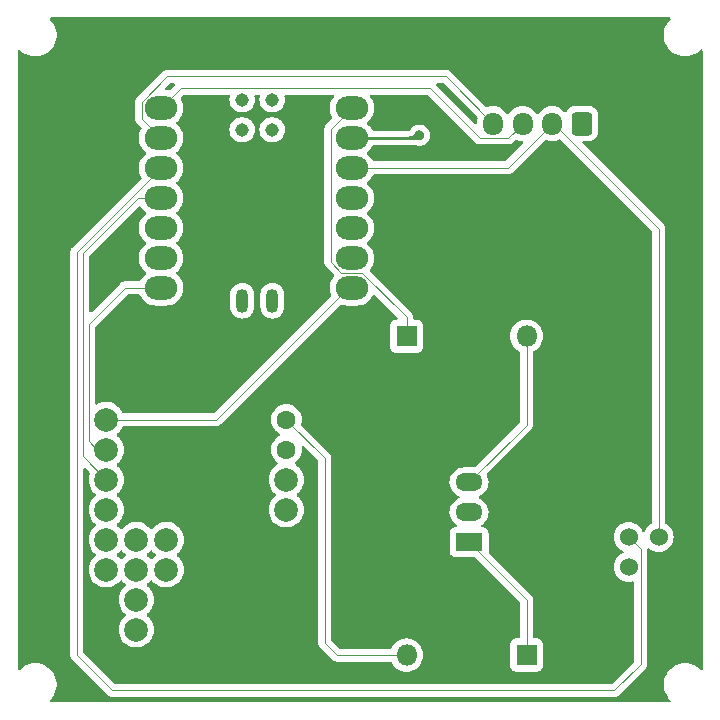
<source format=gbr>
G04 #@! TF.GenerationSoftware,KiCad,Pcbnew,7.0.7*
G04 #@! TF.CreationDate,2023-10-31T18:13:57+09:00*
G04 #@! TF.ProjectId,PCB_OnlyServo,5043425f-4f6e-46c7-9953-6572766f2e6b,rev?*
G04 #@! TF.SameCoordinates,Original*
G04 #@! TF.FileFunction,Copper,L1,Top*
G04 #@! TF.FilePolarity,Positive*
%FSLAX46Y46*%
G04 Gerber Fmt 4.6, Leading zero omitted, Abs format (unit mm)*
G04 Created by KiCad (PCBNEW 7.0.7) date 2023-10-31 18:13:57*
%MOMM*%
%LPD*%
G01*
G04 APERTURE LIST*
G04 Aperture macros list*
%AMRoundRect*
0 Rectangle with rounded corners*
0 $1 Rounding radius*
0 $2 $3 $4 $5 $6 $7 $8 $9 X,Y pos of 4 corners*
0 Add a 4 corners polygon primitive as box body*
4,1,4,$2,$3,$4,$5,$6,$7,$8,$9,$2,$3,0*
0 Add four circle primitives for the rounded corners*
1,1,$1+$1,$2,$3*
1,1,$1+$1,$4,$5*
1,1,$1+$1,$6,$7*
1,1,$1+$1,$8,$9*
0 Add four rect primitives between the rounded corners*
20,1,$1+$1,$2,$3,$4,$5,0*
20,1,$1+$1,$4,$5,$6,$7,0*
20,1,$1+$1,$6,$7,$8,$9,0*
20,1,$1+$1,$8,$9,$2,$3,0*%
G04 Aperture macros list end*
G04 #@! TA.AperFunction,ComponentPad*
%ADD10R,2.300000X1.500000*%
G04 #@! TD*
G04 #@! TA.AperFunction,ComponentPad*
%ADD11O,2.300000X1.500000*%
G04 #@! TD*
G04 #@! TA.AperFunction,ComponentPad*
%ADD12C,1.524000*%
G04 #@! TD*
G04 #@! TA.AperFunction,ComponentPad*
%ADD13C,2.000000*%
G04 #@! TD*
G04 #@! TA.AperFunction,ComponentPad*
%ADD14C,1.600000*%
G04 #@! TD*
G04 #@! TA.AperFunction,SMDPad,CuDef*
%ADD15O,2.748280X1.998980*%
G04 #@! TD*
G04 #@! TA.AperFunction,SMDPad,CuDef*
%ADD16O,1.016000X2.032000*%
G04 #@! TD*
G04 #@! TA.AperFunction,SMDPad,CuDef*
%ADD17C,1.143000*%
G04 #@! TD*
G04 #@! TA.AperFunction,ComponentPad*
%ADD18RoundRect,0.250000X0.600000X0.725000X-0.600000X0.725000X-0.600000X-0.725000X0.600000X-0.725000X0*%
G04 #@! TD*
G04 #@! TA.AperFunction,ComponentPad*
%ADD19O,1.700000X1.950000*%
G04 #@! TD*
G04 #@! TA.AperFunction,ComponentPad*
%ADD20R,1.800000X1.800000*%
G04 #@! TD*
G04 #@! TA.AperFunction,ComponentPad*
%ADD21O,1.800000X1.800000*%
G04 #@! TD*
G04 #@! TA.AperFunction,ViaPad*
%ADD22C,0.800000*%
G04 #@! TD*
G04 #@! TA.AperFunction,Conductor*
%ADD23C,0.100000*%
G04 #@! TD*
G04 #@! TA.AperFunction,Conductor*
%ADD24C,0.250000*%
G04 #@! TD*
G04 APERTURE END LIST*
D10*
X149207500Y-95447000D03*
D11*
X149207500Y-92907000D03*
X149207500Y-90367000D03*
D12*
X165270000Y-95000000D03*
X162730000Y-95000000D03*
X162730000Y-97540000D03*
D13*
X118500000Y-85070000D03*
X118500000Y-87610000D03*
X118500000Y-90150000D03*
X118500000Y-92690000D03*
X133740000Y-92690000D03*
X133740000Y-90150000D03*
D14*
X133740000Y-87610000D03*
X133740000Y-85070000D03*
D13*
X118500000Y-95230000D03*
X121040000Y-95230000D03*
X123580000Y-95230000D03*
X118500000Y-97770000D03*
X121040000Y-97770000D03*
X123580000Y-97770000D03*
X121040000Y-100310000D03*
X121040000Y-102850000D03*
D15*
X123133120Y-58682180D03*
X123133120Y-61222180D03*
X123133120Y-63762180D03*
X123133120Y-66302180D03*
X123133120Y-68842180D03*
X123133120Y-71382180D03*
X123133120Y-73922180D03*
X139297680Y-73922180D03*
X139297680Y-71382180D03*
X139297680Y-68842180D03*
X139297680Y-66302180D03*
X139297680Y-63762180D03*
X139297680Y-61222180D03*
X139297680Y-58682180D03*
D16*
X130000000Y-75000000D03*
X132550000Y-75000000D03*
D17*
X129998803Y-57995813D03*
X132538803Y-57995813D03*
X129998803Y-60535813D03*
X132538803Y-60535813D03*
D18*
X158750000Y-60000000D03*
D19*
X156250000Y-60000000D03*
X153750000Y-60000000D03*
X151250000Y-60000000D03*
D20*
X143920000Y-78000000D03*
D21*
X154080000Y-78000000D03*
D20*
X154080000Y-105000000D03*
D21*
X143920000Y-105000000D03*
D22*
X145000000Y-61000000D03*
D23*
X154080000Y-100319500D02*
X149207500Y-95447000D01*
X154080000Y-105000000D02*
X154080000Y-100319500D01*
X138000000Y-105000000D02*
X137000000Y-104000000D01*
X143920000Y-105000000D02*
X138000000Y-105000000D01*
X137000000Y-104000000D02*
X137000000Y-88330000D01*
X137000000Y-88330000D02*
X133740000Y-85070000D01*
X143920000Y-76402804D02*
X140148866Y-72631670D01*
X137500000Y-71726196D02*
X137500000Y-60479860D01*
X143920000Y-78000000D02*
X143920000Y-76402804D01*
X138405474Y-72631670D02*
X137500000Y-71726196D01*
X137500000Y-60479860D02*
X139297680Y-58682180D01*
X140148866Y-72631670D02*
X138405474Y-72631670D01*
X154080000Y-85494500D02*
X149207500Y-90367000D01*
X154080000Y-78000000D02*
X154080000Y-85494500D01*
D24*
X144777820Y-61222180D02*
X139297680Y-61222180D01*
X145000000Y-61000000D02*
X144777820Y-61222180D01*
D23*
X156250000Y-60000000D02*
X156375000Y-60000000D01*
X139297680Y-63762180D02*
X152487820Y-63762180D01*
X165270000Y-68895000D02*
X165270000Y-95000000D01*
X156375000Y-60000000D02*
X165270000Y-68895000D01*
X152487820Y-63762180D02*
X156250000Y-60000000D01*
X152525000Y-61225000D02*
X150126376Y-61225000D01*
X153750000Y-60000000D02*
X152525000Y-61225000D01*
X150126376Y-61225000D02*
X145901376Y-57000000D01*
X145901376Y-57000000D02*
X124815300Y-57000000D01*
X124815300Y-57000000D02*
X123133120Y-58682180D01*
X121508980Y-58164624D02*
X121508980Y-59598040D01*
X147250000Y-56000000D02*
X123673604Y-56000000D01*
X121508980Y-59598040D02*
X123133120Y-61222180D01*
X123673604Y-56000000D02*
X121508980Y-58164624D01*
X151250000Y-60000000D02*
X147250000Y-56000000D01*
X161500000Y-108000000D02*
X119000000Y-108000000D01*
X163742000Y-105758000D02*
X161500000Y-108000000D01*
X116000000Y-70895300D02*
X123133120Y-63762180D01*
X119000000Y-108000000D02*
X116000000Y-105000000D01*
X116000000Y-105000000D02*
X116000000Y-70895300D01*
X163742000Y-96012000D02*
X163742000Y-105758000D01*
X162730000Y-95000000D02*
X163742000Y-96012000D01*
X139297680Y-73922180D02*
X138923030Y-73922180D01*
X138923030Y-73922180D02*
X127775210Y-85070000D01*
X127775210Y-85070000D02*
X118500000Y-85070000D01*
X123133120Y-73922180D02*
X120077820Y-73922180D01*
X117000000Y-86882233D02*
X117727767Y-87610000D01*
X120077820Y-73922180D02*
X117000000Y-77000000D01*
X117727767Y-87610000D02*
X118500000Y-87610000D01*
X117000000Y-77000000D02*
X117000000Y-86882233D01*
X116500000Y-88150000D02*
X118500000Y-90150000D01*
X121197820Y-66302180D02*
X116500000Y-71000000D01*
X116500000Y-71000000D02*
X116500000Y-88150000D01*
X123133120Y-66302180D02*
X121197820Y-66302180D01*
G04 #@! TA.AperFunction,Conductor*
G36*
X145054263Y-60607709D02*
G01*
X145085356Y-60614317D01*
X145109987Y-60619552D01*
X145134638Y-60627562D01*
X145186684Y-60650734D01*
X145209127Y-60663692D01*
X145255215Y-60697177D01*
X145274479Y-60714522D01*
X145312600Y-60756860D01*
X145327837Y-60777831D01*
X145356322Y-60827168D01*
X145366864Y-60850847D01*
X145384468Y-60905027D01*
X145389858Y-60930385D01*
X145395812Y-60987039D01*
X145395812Y-61012959D01*
X145389858Y-61069613D01*
X145384468Y-61094971D01*
X145366864Y-61149151D01*
X145356320Y-61172833D01*
X145327836Y-61222169D01*
X145312599Y-61243141D01*
X145274488Y-61285468D01*
X145255221Y-61302816D01*
X145209124Y-61336306D01*
X145186677Y-61349265D01*
X145134639Y-61372434D01*
X145109986Y-61380445D01*
X145072790Y-61388352D01*
X145054263Y-61392290D01*
X145028482Y-61395000D01*
X144971517Y-61395000D01*
X144945736Y-61392290D01*
X144926390Y-61388178D01*
X144835077Y-61368768D01*
X144828808Y-61367089D01*
X144819154Y-61363952D01*
X144819139Y-61363948D01*
X144789550Y-61357658D01*
X144768701Y-61353227D01*
X144663599Y-61342180D01*
X144195752Y-61342180D01*
X144128713Y-61322495D01*
X144082958Y-61269691D01*
X144073014Y-61200533D01*
X144102039Y-61136977D01*
X144160817Y-61099203D01*
X144181031Y-61095057D01*
X144240630Y-61087931D01*
X144240632Y-61087930D01*
X144240637Y-61087930D01*
X144297458Y-61074145D01*
X144409919Y-61032198D01*
X144527119Y-60948738D01*
X144577684Y-60900523D01*
X144666619Y-60787431D01*
X144672158Y-60777835D01*
X144687392Y-60756865D01*
X144725519Y-60714521D01*
X144744771Y-60697185D01*
X144790877Y-60663687D01*
X144813312Y-60650736D01*
X144865357Y-60627563D01*
X144889999Y-60619556D01*
X144945743Y-60607708D01*
X144971514Y-60605000D01*
X145028484Y-60605000D01*
X145054263Y-60607709D01*
G37*
G04 #@! TD.AperFunction*
G04 #@! TA.AperFunction,NonConductor*
G36*
X166218454Y-51019685D02*
G01*
X166264209Y-51072489D01*
X166274153Y-51141647D01*
X166245128Y-51205203D01*
X166242314Y-51208341D01*
X166088365Y-51374258D01*
X165936345Y-51597231D01*
X165936344Y-51597232D01*
X165819263Y-51840355D01*
X165739720Y-52098226D01*
X165739718Y-52098232D01*
X165699500Y-52365063D01*
X165699500Y-52634936D01*
X165739718Y-52901767D01*
X165739720Y-52901773D01*
X165819262Y-53159641D01*
X165936346Y-53402769D01*
X166088365Y-53625741D01*
X166271910Y-53823557D01*
X166271914Y-53823560D01*
X166271915Y-53823561D01*
X166482898Y-53991815D01*
X166716602Y-54126743D01*
X166967805Y-54225334D01*
X167230897Y-54285383D01*
X167259715Y-54287542D01*
X167432618Y-54300500D01*
X167432624Y-54300500D01*
X167567382Y-54300500D01*
X167718671Y-54289162D01*
X167769103Y-54285383D01*
X168032195Y-54225334D01*
X168283398Y-54126743D01*
X168517102Y-53991815D01*
X168728085Y-53823561D01*
X168785101Y-53762111D01*
X168845129Y-53726357D01*
X168914958Y-53728732D01*
X168972419Y-53768482D01*
X168999267Y-53832987D01*
X169000000Y-53846453D01*
X169000000Y-106153546D01*
X168980315Y-106220585D01*
X168927511Y-106266340D01*
X168858353Y-106276284D01*
X168794797Y-106247259D01*
X168785102Y-106237887D01*
X168728094Y-106176447D01*
X168728091Y-106176444D01*
X168728085Y-106176439D01*
X168517102Y-106008185D01*
X168283398Y-105873257D01*
X168283396Y-105873256D01*
X168032195Y-105774666D01*
X168032188Y-105774664D01*
X167769101Y-105714616D01*
X167567382Y-105699500D01*
X167567376Y-105699500D01*
X167432624Y-105699500D01*
X167432618Y-105699500D01*
X167230898Y-105714616D01*
X166967811Y-105774664D01*
X166967804Y-105774666D01*
X166716603Y-105873256D01*
X166716599Y-105873258D01*
X166482898Y-106008185D01*
X166271910Y-106176442D01*
X166088365Y-106374258D01*
X165936345Y-106597231D01*
X165936344Y-106597232D01*
X165819263Y-106840355D01*
X165739720Y-107098226D01*
X165739718Y-107098232D01*
X165699500Y-107365063D01*
X165699500Y-107634936D01*
X165739718Y-107901767D01*
X165739720Y-107901773D01*
X165819262Y-108159641D01*
X165936346Y-108402769D01*
X165936348Y-108402771D01*
X165936349Y-108402774D01*
X166037066Y-108550499D01*
X166088365Y-108625741D01*
X166242314Y-108791659D01*
X166273482Y-108854191D01*
X166265895Y-108923648D01*
X166221961Y-108977976D01*
X166155630Y-108999928D01*
X166151415Y-109000000D01*
X113848585Y-109000000D01*
X113781546Y-108980315D01*
X113735791Y-108927511D01*
X113725847Y-108858353D01*
X113754872Y-108794797D01*
X113757686Y-108791659D01*
X113792458Y-108754182D01*
X113911635Y-108625741D01*
X114063651Y-108402775D01*
X114180738Y-108159641D01*
X114260280Y-107901772D01*
X114300500Y-107634929D01*
X114300500Y-107365071D01*
X114260280Y-107098228D01*
X114180738Y-106840359D01*
X114063651Y-106597226D01*
X113911635Y-106374259D01*
X113900536Y-106362297D01*
X113728089Y-106176442D01*
X113595696Y-106070862D01*
X113517102Y-106008185D01*
X113283398Y-105873257D01*
X113283396Y-105873256D01*
X113032195Y-105774666D01*
X113032188Y-105774664D01*
X112769101Y-105714616D01*
X112567382Y-105699500D01*
X112567376Y-105699500D01*
X112432624Y-105699500D01*
X112432618Y-105699500D01*
X112230898Y-105714616D01*
X111967811Y-105774664D01*
X111967804Y-105774666D01*
X111716603Y-105873256D01*
X111716599Y-105873258D01*
X111482898Y-106008185D01*
X111271908Y-106176444D01*
X111271905Y-106176447D01*
X111214898Y-106237887D01*
X111154870Y-106273642D01*
X111085041Y-106271267D01*
X111027581Y-106231516D01*
X111000733Y-106167011D01*
X111000000Y-106153546D01*
X111000000Y-70914275D01*
X115444648Y-70914275D01*
X115447697Y-70931956D01*
X115449500Y-70953024D01*
X115449500Y-104990602D01*
X115447238Y-105056829D01*
X115457715Y-105099819D01*
X115458901Y-105106061D01*
X115464929Y-105149920D01*
X115472079Y-105166379D01*
X115478819Y-105186420D01*
X115483067Y-105203852D01*
X115504763Y-105242439D01*
X115507582Y-105248115D01*
X115525220Y-105288720D01*
X115525221Y-105288722D01*
X115536541Y-105302636D01*
X115548439Y-105320117D01*
X115557234Y-105335760D01*
X115557236Y-105335761D01*
X115588532Y-105367057D01*
X115592783Y-105371766D01*
X115620722Y-105406108D01*
X115635381Y-105416455D01*
X115651552Y-105430077D01*
X118604093Y-108382618D01*
X118649320Y-108431044D01*
X118687144Y-108454045D01*
X118692374Y-108457604D01*
X118727658Y-108484361D01*
X118735930Y-108487623D01*
X118744353Y-108490945D01*
X118763290Y-108500351D01*
X118778618Y-108509672D01*
X118821247Y-108521616D01*
X118827261Y-108523639D01*
X118833086Y-108525935D01*
X118868436Y-108539876D01*
X118886287Y-108541711D01*
X118907052Y-108545657D01*
X118924335Y-108550500D01*
X118968594Y-108550500D01*
X118974935Y-108550824D01*
X119018972Y-108555352D01*
X119036655Y-108552303D01*
X119057724Y-108550500D01*
X161490603Y-108550500D01*
X161556826Y-108552762D01*
X161599832Y-108542280D01*
X161606051Y-108541098D01*
X161649920Y-108535070D01*
X161666383Y-108527918D01*
X161686416Y-108521181D01*
X161703852Y-108516933D01*
X161742465Y-108495221D01*
X161748090Y-108492427D01*
X161788720Y-108474780D01*
X161802632Y-108463460D01*
X161820123Y-108451557D01*
X161835755Y-108442768D01*
X161835753Y-108442768D01*
X161835759Y-108442766D01*
X161867059Y-108411464D01*
X161871771Y-108407211D01*
X161906108Y-108379278D01*
X161916456Y-108364616D01*
X161930074Y-108348449D01*
X164124618Y-106153906D01*
X164173044Y-106108680D01*
X164196049Y-106070847D01*
X164199606Y-106065622D01*
X164226361Y-106030342D01*
X164232943Y-106013648D01*
X164242344Y-105994719D01*
X164251672Y-105979382D01*
X164263619Y-105936739D01*
X164265632Y-105930753D01*
X164281876Y-105889564D01*
X164283553Y-105873257D01*
X164283711Y-105871716D01*
X164287658Y-105850944D01*
X164292500Y-105833665D01*
X164292500Y-105789404D01*
X164292825Y-105783060D01*
X164293688Y-105774664D01*
X164297352Y-105739028D01*
X164294303Y-105721343D01*
X164292500Y-105700275D01*
X164292500Y-96094978D01*
X164312185Y-96027939D01*
X164364989Y-95982184D01*
X164434147Y-95972240D01*
X164487623Y-95993403D01*
X164636333Y-96097531D01*
X164636335Y-96097532D01*
X164636338Y-96097534D01*
X164836550Y-96190894D01*
X165049932Y-96248070D01*
X165207123Y-96261822D01*
X165269998Y-96267323D01*
X165270000Y-96267323D01*
X165270002Y-96267323D01*
X165325017Y-96262509D01*
X165490068Y-96248070D01*
X165703450Y-96190894D01*
X165903662Y-96097534D01*
X166084620Y-95970826D01*
X166240826Y-95814620D01*
X166367534Y-95633662D01*
X166460894Y-95433450D01*
X166518070Y-95220068D01*
X166537323Y-95000000D01*
X166518070Y-94779932D01*
X166460894Y-94566550D01*
X166367534Y-94366339D01*
X166248613Y-94196501D01*
X166240827Y-94185381D01*
X166172753Y-94117307D01*
X166084620Y-94029174D01*
X166084616Y-94029171D01*
X166084615Y-94029170D01*
X165903666Y-93902468D01*
X165903664Y-93902467D01*
X165892092Y-93897071D01*
X165839654Y-93850897D01*
X165820500Y-93784690D01*
X165820500Y-68904414D01*
X165820572Y-68902295D01*
X165822763Y-68838174D01*
X165816974Y-68814421D01*
X165812281Y-68795163D01*
X165811094Y-68788918D01*
X165805070Y-68745081D01*
X165797920Y-68728620D01*
X165791181Y-68708583D01*
X165786933Y-68691148D01*
X165765234Y-68652556D01*
X165762414Y-68646878D01*
X165744780Y-68606280D01*
X165744780Y-68606279D01*
X165733458Y-68592363D01*
X165721557Y-68574876D01*
X165712768Y-68559244D01*
X165712767Y-68559243D01*
X165712766Y-68559241D01*
X165681456Y-68527931D01*
X165677210Y-68523225D01*
X165669812Y-68514132D01*
X165649278Y-68488892D01*
X165634612Y-68478539D01*
X165618445Y-68464920D01*
X158840705Y-61687180D01*
X158807220Y-61625857D01*
X158812204Y-61556165D01*
X158854076Y-61500232D01*
X158919540Y-61475815D01*
X158928386Y-61475499D01*
X159400002Y-61475499D01*
X159400008Y-61475499D01*
X159502797Y-61464999D01*
X159669334Y-61409814D01*
X159818656Y-61317712D01*
X159942712Y-61193656D01*
X160034814Y-61044334D01*
X160089999Y-60877797D01*
X160100500Y-60775009D01*
X160100499Y-59224992D01*
X160089999Y-59122203D01*
X160034814Y-58955666D01*
X159942712Y-58806344D01*
X159818656Y-58682288D01*
X159708335Y-58614242D01*
X159669336Y-58590187D01*
X159669331Y-58590185D01*
X159667381Y-58589539D01*
X159502797Y-58535001D01*
X159502795Y-58535000D01*
X159400010Y-58524500D01*
X158099998Y-58524500D01*
X158099981Y-58524501D01*
X157997203Y-58535000D01*
X157997200Y-58535001D01*
X157830668Y-58590185D01*
X157830663Y-58590187D01*
X157681342Y-58682289D01*
X157557289Y-58806342D01*
X157461821Y-58961121D01*
X157409873Y-59007845D01*
X157340910Y-59019068D01*
X157276828Y-58991224D01*
X157268601Y-58983705D01*
X157121402Y-58836506D01*
X157121395Y-58836501D01*
X156927834Y-58700967D01*
X156927830Y-58700965D01*
X156887777Y-58682288D01*
X156713663Y-58601097D01*
X156713659Y-58601096D01*
X156713655Y-58601094D01*
X156485413Y-58539938D01*
X156485403Y-58539936D01*
X156250001Y-58519341D01*
X156249999Y-58519341D01*
X156014596Y-58539936D01*
X156014586Y-58539938D01*
X155786344Y-58601094D01*
X155786335Y-58601098D01*
X155572171Y-58700964D01*
X155572169Y-58700965D01*
X155378597Y-58836505D01*
X155211505Y-59003597D01*
X155101575Y-59160595D01*
X155046998Y-59204220D01*
X154977500Y-59211414D01*
X154915145Y-59179891D01*
X154898425Y-59160595D01*
X154788494Y-59003597D01*
X154621402Y-58836506D01*
X154621395Y-58836501D01*
X154427834Y-58700967D01*
X154427830Y-58700965D01*
X154387777Y-58682288D01*
X154213663Y-58601097D01*
X154213659Y-58601096D01*
X154213655Y-58601094D01*
X153985413Y-58539938D01*
X153985403Y-58539936D01*
X153750001Y-58519341D01*
X153749999Y-58519341D01*
X153514596Y-58539936D01*
X153514586Y-58539938D01*
X153286344Y-58601094D01*
X153286335Y-58601098D01*
X153072171Y-58700964D01*
X153072169Y-58700965D01*
X152878597Y-58836505D01*
X152711505Y-59003597D01*
X152601575Y-59160595D01*
X152546998Y-59204220D01*
X152477500Y-59211414D01*
X152415145Y-59179891D01*
X152398425Y-59160595D01*
X152288494Y-59003597D01*
X152121402Y-58836506D01*
X152121395Y-58836501D01*
X151927834Y-58700967D01*
X151927830Y-58700965D01*
X151887777Y-58682288D01*
X151713663Y-58601097D01*
X151713659Y-58601096D01*
X151713655Y-58601094D01*
X151485413Y-58539938D01*
X151485403Y-58539936D01*
X151250001Y-58519341D01*
X151249999Y-58519341D01*
X151014596Y-58539936D01*
X151014586Y-58539938D01*
X150786344Y-58601094D01*
X150786334Y-58601098D01*
X150758145Y-58614242D01*
X150689067Y-58624731D01*
X150625284Y-58596209D01*
X150618063Y-58589539D01*
X149138225Y-57109701D01*
X147645907Y-55617382D01*
X147600680Y-55568956D01*
X147581403Y-55557233D01*
X147562861Y-55545957D01*
X147557610Y-55542383D01*
X147522341Y-55515638D01*
X147522342Y-55515638D01*
X147505642Y-55509052D01*
X147486716Y-55499652D01*
X147471380Y-55490327D01*
X147428758Y-55478384D01*
X147422740Y-55476360D01*
X147381565Y-55460124D01*
X147381556Y-55460122D01*
X147363716Y-55458288D01*
X147342951Y-55454342D01*
X147325669Y-55449500D01*
X147325665Y-55449500D01*
X147281406Y-55449500D01*
X147275064Y-55449175D01*
X147247427Y-55446333D01*
X147231029Y-55444648D01*
X147231024Y-55444648D01*
X147213344Y-55447697D01*
X147192276Y-55449500D01*
X123683019Y-55449500D01*
X123669770Y-55449047D01*
X123616778Y-55447237D01*
X123616777Y-55447237D01*
X123616774Y-55447237D01*
X123573768Y-55457717D01*
X123567530Y-55458902D01*
X123523686Y-55464929D01*
X123523683Y-55464930D01*
X123507222Y-55472080D01*
X123487189Y-55478816D01*
X123469756Y-55483064D01*
X123469747Y-55483068D01*
X123431156Y-55504766D01*
X123425469Y-55507590D01*
X123384885Y-55525218D01*
X123384881Y-55525220D01*
X123370967Y-55536541D01*
X123353492Y-55548435D01*
X123337845Y-55557233D01*
X123306538Y-55588539D01*
X123301825Y-55592792D01*
X123267500Y-55620717D01*
X123267495Y-55620722D01*
X123257146Y-55635383D01*
X123243527Y-55651550D01*
X121126361Y-57768717D01*
X121077937Y-57813941D01*
X121054936Y-57851763D01*
X121051364Y-57857012D01*
X121024619Y-57892282D01*
X121024616Y-57892287D01*
X121018035Y-57908976D01*
X121008633Y-57927907D01*
X120999307Y-57943243D01*
X120987365Y-57985861D01*
X120985342Y-57991879D01*
X120969102Y-58033064D01*
X120967268Y-58050908D01*
X120963322Y-58071672D01*
X120958481Y-58088952D01*
X120958480Y-58088961D01*
X120958480Y-58133218D01*
X120958155Y-58139563D01*
X120953628Y-58183594D01*
X120953628Y-58183599D01*
X120956677Y-58201280D01*
X120958480Y-58222348D01*
X120958480Y-59588642D01*
X120956218Y-59654869D01*
X120966695Y-59697859D01*
X120967881Y-59704101D01*
X120973909Y-59747960D01*
X120981059Y-59764419D01*
X120987798Y-59784459D01*
X120992047Y-59801892D01*
X120999998Y-59816034D01*
X121013743Y-59840479D01*
X121016562Y-59846155D01*
X121022989Y-59860950D01*
X121034201Y-59886762D01*
X121045521Y-59900676D01*
X121057419Y-59918157D01*
X121066214Y-59933800D01*
X121066216Y-59933801D01*
X121097512Y-59965097D01*
X121101763Y-59969806D01*
X121129702Y-60004148D01*
X121144361Y-60014495D01*
X121160532Y-60028117D01*
X121444611Y-60312196D01*
X121478096Y-60373519D01*
X121473112Y-60443211D01*
X121465985Y-60458894D01*
X121380114Y-60617569D01*
X121380109Y-60617579D01*
X121299396Y-60852688D01*
X121267417Y-61044331D01*
X121258480Y-61097887D01*
X121258480Y-61346473D01*
X121269050Y-61409814D01*
X121299396Y-61591671D01*
X121380109Y-61826780D01*
X121380111Y-61826785D01*
X121498424Y-62045408D01*
X121498428Y-62045413D01*
X121651103Y-62241570D01*
X121651112Y-62241580D01*
X121824233Y-62400951D01*
X121860224Y-62460838D01*
X121858123Y-62530676D01*
X121824233Y-62583409D01*
X121651112Y-62742779D01*
X121651103Y-62742789D01*
X121498428Y-62938946D01*
X121498424Y-62938951D01*
X121380111Y-63157574D01*
X121380109Y-63157579D01*
X121299396Y-63392688D01*
X121258480Y-63637888D01*
X121258480Y-63886471D01*
X121299396Y-64131671D01*
X121380109Y-64366780D01*
X121380114Y-64366790D01*
X121465984Y-64525465D01*
X121480579Y-64593793D01*
X121455916Y-64659165D01*
X121444610Y-64672163D01*
X115617381Y-70499393D01*
X115568957Y-70544617D01*
X115545956Y-70582439D01*
X115542384Y-70587688D01*
X115515639Y-70622958D01*
X115515636Y-70622963D01*
X115509055Y-70639652D01*
X115499653Y-70658583D01*
X115490327Y-70673919D01*
X115478385Y-70716537D01*
X115476362Y-70722555D01*
X115460122Y-70763740D01*
X115458288Y-70781584D01*
X115454342Y-70802348D01*
X115449501Y-70819628D01*
X115449500Y-70819637D01*
X115449500Y-70863894D01*
X115449175Y-70870239D01*
X115444648Y-70914270D01*
X115444648Y-70914275D01*
X111000000Y-70914275D01*
X111000000Y-53846453D01*
X111019685Y-53779414D01*
X111072489Y-53733659D01*
X111141647Y-53723715D01*
X111205203Y-53752740D01*
X111214899Y-53762112D01*
X111271910Y-53823557D01*
X111271914Y-53823560D01*
X111271915Y-53823561D01*
X111482898Y-53991815D01*
X111716602Y-54126743D01*
X111967805Y-54225334D01*
X112230897Y-54285383D01*
X112259715Y-54287542D01*
X112432618Y-54300500D01*
X112432624Y-54300500D01*
X112567382Y-54300500D01*
X112718671Y-54289162D01*
X112769103Y-54285383D01*
X113032195Y-54225334D01*
X113283398Y-54126743D01*
X113517102Y-53991815D01*
X113728085Y-53823561D01*
X113911635Y-53625741D01*
X114063651Y-53402775D01*
X114180738Y-53159641D01*
X114260280Y-52901772D01*
X114300500Y-52634929D01*
X114300500Y-52365071D01*
X114260280Y-52098228D01*
X114180738Y-51840359D01*
X114063651Y-51597226D01*
X113911635Y-51374259D01*
X113757686Y-51208341D01*
X113726518Y-51145809D01*
X113734105Y-51076352D01*
X113778039Y-51022024D01*
X113844370Y-51000072D01*
X113848585Y-51000000D01*
X166151415Y-51000000D01*
X166218454Y-51019685D01*
G37*
G04 #@! TD.AperFunction*
G04 #@! TA.AperFunction,NonConductor*
G36*
X124253951Y-56570185D02*
G01*
X124299706Y-56622989D01*
X124309650Y-56692147D01*
X124280625Y-56755703D01*
X124274593Y-56762181D01*
X123872106Y-57164667D01*
X123810783Y-57198152D01*
X123760753Y-57197305D01*
X123760567Y-57198421D01*
X123755505Y-57197576D01*
X123598230Y-57184544D01*
X123569813Y-57182190D01*
X123569811Y-57182190D01*
X123569301Y-57182190D01*
X123502262Y-57162505D01*
X123456507Y-57109701D01*
X123446563Y-57040543D01*
X123475588Y-56976987D01*
X123481620Y-56970509D01*
X123865310Y-56586819D01*
X123926633Y-56553334D01*
X123952991Y-56550500D01*
X124186912Y-56550500D01*
X124253951Y-56570185D01*
G37*
G04 #@! TD.AperFunction*
G04 #@! TA.AperFunction,NonConductor*
G36*
X147037652Y-56570185D02*
G01*
X147058294Y-56586819D01*
X149905760Y-59434285D01*
X149939245Y-59495608D01*
X149937854Y-59554057D01*
X149914937Y-59639589D01*
X149914937Y-59639590D01*
X149899500Y-59816034D01*
X149899500Y-59920237D01*
X149879815Y-59987276D01*
X149827011Y-60033031D01*
X149757853Y-60042975D01*
X149694297Y-60013950D01*
X149687819Y-60007918D01*
X146442082Y-56762181D01*
X146408597Y-56700858D01*
X146413581Y-56631166D01*
X146455453Y-56575233D01*
X146520917Y-56550816D01*
X146529763Y-56550500D01*
X146970613Y-56550500D01*
X147037652Y-56570185D01*
G37*
G04 #@! TD.AperFunction*
G04 #@! TA.AperFunction,NonConductor*
G36*
X145689028Y-57570185D02*
G01*
X145709669Y-57586818D01*
X149730455Y-61607603D01*
X149775696Y-61656044D01*
X149813516Y-61679042D01*
X149818755Y-61682607D01*
X149854034Y-61709361D01*
X149870729Y-61715944D01*
X149889666Y-61725351D01*
X149904994Y-61734672D01*
X149930906Y-61741932D01*
X149947613Y-61746613D01*
X149953630Y-61748636D01*
X149994811Y-61764876D01*
X149994813Y-61764876D01*
X149994816Y-61764877D01*
X150007437Y-61766174D01*
X150012655Y-61766710D01*
X150033431Y-61770658D01*
X150050711Y-61775500D01*
X150094969Y-61775500D01*
X150101310Y-61775824D01*
X150145347Y-61780352D01*
X150163030Y-61777303D01*
X150184099Y-61775500D01*
X152515603Y-61775500D01*
X152581826Y-61777762D01*
X152624832Y-61767280D01*
X152631051Y-61766098D01*
X152674920Y-61760070D01*
X152691383Y-61752918D01*
X152711416Y-61746181D01*
X152728852Y-61741933D01*
X152767465Y-61720221D01*
X152773090Y-61717427D01*
X152813720Y-61699780D01*
X152827632Y-61688460D01*
X152845123Y-61676557D01*
X152860755Y-61667768D01*
X152860753Y-61667768D01*
X152860759Y-61667766D01*
X152892059Y-61636464D01*
X152896771Y-61632211D01*
X152931108Y-61604278D01*
X152941456Y-61589616D01*
X152955074Y-61573449D01*
X153118065Y-61410458D01*
X153179386Y-61376975D01*
X153249078Y-61381959D01*
X153258147Y-61385758D01*
X153286337Y-61398903D01*
X153514592Y-61460063D01*
X153706535Y-61476856D01*
X153771603Y-61502309D01*
X153812582Y-61558899D01*
X153816460Y-61628661D01*
X153783408Y-61688065D01*
X152296114Y-63175361D01*
X152234791Y-63208846D01*
X152208433Y-63211680D01*
X141153857Y-63211680D01*
X141086818Y-63191995D01*
X141044802Y-63146698D01*
X140932375Y-62938951D01*
X140932371Y-62938946D01*
X140779696Y-62742789D01*
X140779693Y-62742786D01*
X140779691Y-62742783D01*
X140779687Y-62742779D01*
X140606566Y-62583408D01*
X140570575Y-62523521D01*
X140572676Y-62453683D01*
X140606563Y-62400953D01*
X140779691Y-62241577D01*
X140932375Y-62045409D01*
X141004214Y-61912661D01*
X141053434Y-61863072D01*
X141113269Y-61847680D01*
X144663599Y-61847680D01*
X144714036Y-61858401D01*
X144720197Y-61861144D01*
X144905354Y-61900500D01*
X144905355Y-61900500D01*
X145094644Y-61900500D01*
X145094646Y-61900500D01*
X145279803Y-61861144D01*
X145452730Y-61784151D01*
X145605871Y-61672888D01*
X145732533Y-61532216D01*
X145827179Y-61368284D01*
X145885674Y-61188256D01*
X145905460Y-61000000D01*
X145885674Y-60811744D01*
X145827179Y-60631716D01*
X145732533Y-60467784D01*
X145605871Y-60327112D01*
X145585341Y-60312196D01*
X145452734Y-60215851D01*
X145452729Y-60215848D01*
X145279807Y-60138857D01*
X145279802Y-60138855D01*
X145134000Y-60107865D01*
X145094646Y-60099500D01*
X144905354Y-60099500D01*
X144872897Y-60106398D01*
X144720197Y-60138855D01*
X144720192Y-60138857D01*
X144547270Y-60215848D01*
X144547265Y-60215851D01*
X144394129Y-60327111D01*
X144267467Y-60467783D01*
X144267466Y-60467785D01*
X144228844Y-60534680D01*
X144178279Y-60582895D01*
X144121458Y-60596680D01*
X141113269Y-60596680D01*
X141046230Y-60576995D01*
X141004214Y-60531698D01*
X140986429Y-60498835D01*
X140932375Y-60398951D01*
X140811105Y-60243143D01*
X140779696Y-60202789D01*
X140779693Y-60202785D01*
X140746521Y-60172248D01*
X140606565Y-60043408D01*
X140570575Y-59983522D01*
X140572676Y-59913684D01*
X140606564Y-59860951D01*
X140779691Y-59701577D01*
X140932375Y-59505409D01*
X141050689Y-59286784D01*
X141131404Y-59051668D01*
X141172320Y-58806473D01*
X141172320Y-58557887D01*
X141131404Y-58312692D01*
X141093156Y-58201280D01*
X141050690Y-58077579D01*
X141050688Y-58077574D01*
X140959447Y-57908976D01*
X140932375Y-57858951D01*
X140848089Y-57750661D01*
X140822448Y-57685668D01*
X140836015Y-57617128D01*
X140884483Y-57566803D01*
X140945944Y-57550500D01*
X145621989Y-57550500D01*
X145689028Y-57570185D01*
G37*
G04 #@! TD.AperFunction*
G04 #@! TA.AperFunction,NonConductor*
G36*
X121390598Y-66990439D02*
G01*
X121446531Y-67032311D01*
X121456319Y-67047604D01*
X121498421Y-67125403D01*
X121498428Y-67125413D01*
X121651103Y-67321570D01*
X121651112Y-67321580D01*
X121824233Y-67480951D01*
X121860224Y-67540838D01*
X121858123Y-67610676D01*
X121824233Y-67663409D01*
X121651112Y-67822779D01*
X121651103Y-67822789D01*
X121498428Y-68018946D01*
X121498424Y-68018951D01*
X121380111Y-68237574D01*
X121380109Y-68237579D01*
X121299396Y-68472688D01*
X121258480Y-68717888D01*
X121258480Y-68966471D01*
X121299396Y-69211671D01*
X121380109Y-69446780D01*
X121380111Y-69446785D01*
X121498424Y-69665408D01*
X121498428Y-69665413D01*
X121651103Y-69861570D01*
X121651112Y-69861580D01*
X121824233Y-70020951D01*
X121860224Y-70080838D01*
X121858123Y-70150676D01*
X121824233Y-70203409D01*
X121651112Y-70362779D01*
X121651103Y-70362789D01*
X121498428Y-70558946D01*
X121498424Y-70558951D01*
X121380111Y-70777574D01*
X121380109Y-70777579D01*
X121299396Y-71012688D01*
X121258480Y-71257888D01*
X121258480Y-71506471D01*
X121299396Y-71751671D01*
X121380109Y-71986780D01*
X121380111Y-71986785D01*
X121498424Y-72205408D01*
X121498428Y-72205413D01*
X121651103Y-72401570D01*
X121651112Y-72401580D01*
X121824233Y-72560951D01*
X121860224Y-72620838D01*
X121858123Y-72690676D01*
X121824233Y-72743409D01*
X121651112Y-72902779D01*
X121651103Y-72902789D01*
X121498428Y-73098946D01*
X121498424Y-73098951D01*
X121385998Y-73306698D01*
X121336778Y-73356288D01*
X121276943Y-73371680D01*
X120087217Y-73371680D01*
X120020994Y-73369418D01*
X120020993Y-73369418D01*
X120020991Y-73369418D01*
X119977990Y-73379897D01*
X119971750Y-73381082D01*
X119927899Y-73387110D01*
X119911436Y-73394261D01*
X119891395Y-73401000D01*
X119873970Y-73405246D01*
X119873963Y-73405249D01*
X119835386Y-73426939D01*
X119829699Y-73429764D01*
X119789099Y-73447400D01*
X119789096Y-73447401D01*
X119775176Y-73458726D01*
X119757706Y-73470616D01*
X119742061Y-73479413D01*
X119742060Y-73479414D01*
X119710754Y-73510719D01*
X119706041Y-73514972D01*
X119671716Y-73542897D01*
X119671711Y-73542902D01*
X119661362Y-73557563D01*
X119647743Y-73573730D01*
X117262180Y-75959293D01*
X117200857Y-75992778D01*
X117131165Y-75987794D01*
X117075232Y-75945922D01*
X117050815Y-75880458D01*
X117050499Y-75871638D01*
X117050499Y-71279385D01*
X117070184Y-71212347D01*
X117086813Y-71191710D01*
X121259585Y-67018938D01*
X121320906Y-66985455D01*
X121390598Y-66990439D01*
G37*
G04 #@! TD.AperFunction*
G04 #@! TA.AperFunction,NonConductor*
G36*
X128913794Y-57570185D02*
G01*
X128959549Y-57622989D01*
X128969493Y-57692147D01*
X128966022Y-57708433D01*
X128940540Y-57797992D01*
X128922210Y-57995812D01*
X128922210Y-57995813D01*
X128940540Y-58193635D01*
X128940541Y-58193638D01*
X128994907Y-58384718D01*
X128994910Y-58384724D01*
X129083465Y-58562566D01*
X129203192Y-58721111D01*
X129296831Y-58806473D01*
X129350011Y-58854953D01*
X129478660Y-58934610D01*
X129512670Y-58955668D01*
X129518924Y-58959540D01*
X129704179Y-59031308D01*
X129899468Y-59067813D01*
X129899471Y-59067813D01*
X130098135Y-59067813D01*
X130098138Y-59067813D01*
X130293427Y-59031308D01*
X130478682Y-58959540D01*
X130647595Y-58854953D01*
X130794415Y-58721109D01*
X130914141Y-58562566D01*
X131002696Y-58384723D01*
X131002696Y-58384720D01*
X131002698Y-58384718D01*
X131033828Y-58275304D01*
X131057065Y-58193636D01*
X131075396Y-57995813D01*
X131075031Y-57991879D01*
X131057065Y-57797992D01*
X131057065Y-57797990D01*
X131031583Y-57708433D01*
X131032172Y-57638566D01*
X131070439Y-57580108D01*
X131134236Y-57551618D01*
X131150851Y-57550500D01*
X131386755Y-57550500D01*
X131453794Y-57570185D01*
X131499549Y-57622989D01*
X131509493Y-57692147D01*
X131506022Y-57708433D01*
X131480540Y-57797992D01*
X131462210Y-57995812D01*
X131462210Y-57995813D01*
X131480540Y-58193635D01*
X131480541Y-58193638D01*
X131534907Y-58384718D01*
X131534910Y-58384724D01*
X131623465Y-58562566D01*
X131743192Y-58721111D01*
X131836831Y-58806473D01*
X131890011Y-58854953D01*
X132018661Y-58934610D01*
X132052670Y-58955668D01*
X132058924Y-58959540D01*
X132244179Y-59031308D01*
X132439468Y-59067813D01*
X132439471Y-59067813D01*
X132638135Y-59067813D01*
X132638138Y-59067813D01*
X132833427Y-59031308D01*
X133018682Y-58959540D01*
X133187595Y-58854953D01*
X133334415Y-58721109D01*
X133454141Y-58562566D01*
X133542696Y-58384723D01*
X133542696Y-58384720D01*
X133542698Y-58384718D01*
X133573828Y-58275304D01*
X133597065Y-58193636D01*
X133615396Y-57995813D01*
X133615031Y-57991879D01*
X133597065Y-57797992D01*
X133597065Y-57797990D01*
X133571583Y-57708433D01*
X133572172Y-57638566D01*
X133610439Y-57580108D01*
X133674236Y-57551618D01*
X133690851Y-57550500D01*
X137649416Y-57550500D01*
X137716455Y-57570185D01*
X137762210Y-57622989D01*
X137772154Y-57692147D01*
X137747270Y-57750662D01*
X137662983Y-57858953D01*
X137544671Y-58077574D01*
X137544669Y-58077579D01*
X137463956Y-58312688D01*
X137451937Y-58384718D01*
X137423040Y-58557887D01*
X137423040Y-58806473D01*
X137428052Y-58836506D01*
X137463956Y-59051671D01*
X137544669Y-59286780D01*
X137544674Y-59286790D01*
X137630544Y-59445465D01*
X137645139Y-59513793D01*
X137620476Y-59579165D01*
X137609170Y-59592163D01*
X137117382Y-60083952D01*
X137068957Y-60129177D01*
X137045956Y-60166999D01*
X137042384Y-60172248D01*
X137015639Y-60207518D01*
X137015636Y-60207523D01*
X137009055Y-60224212D01*
X136999653Y-60243143D01*
X136990327Y-60258479D01*
X136978385Y-60301097D01*
X136976362Y-60307115D01*
X136960122Y-60348300D01*
X136958288Y-60366144D01*
X136954342Y-60386908D01*
X136949501Y-60404188D01*
X136949500Y-60404197D01*
X136949500Y-60448454D01*
X136949175Y-60454799D01*
X136944648Y-60498830D01*
X136944648Y-60498835D01*
X136947697Y-60516516D01*
X136949500Y-60537584D01*
X136949500Y-71716798D01*
X136947238Y-71783025D01*
X136957715Y-71826015D01*
X136958901Y-71832257D01*
X136964929Y-71876116D01*
X136972079Y-71892575D01*
X136978819Y-71912616D01*
X136983067Y-71930048D01*
X137004763Y-71968635D01*
X137007582Y-71974311D01*
X137025220Y-72014916D01*
X137025221Y-72014918D01*
X137036541Y-72028832D01*
X137048439Y-72046313D01*
X137057234Y-72061956D01*
X137057236Y-72061957D01*
X137088532Y-72093253D01*
X137092783Y-72097962D01*
X137120722Y-72132304D01*
X137135381Y-72142651D01*
X137151552Y-72156273D01*
X137774300Y-72779021D01*
X137807785Y-72840344D01*
X137802801Y-72910036D01*
X137784473Y-72942864D01*
X137662983Y-73098953D01*
X137544671Y-73317574D01*
X137544669Y-73317579D01*
X137463956Y-73552688D01*
X137460445Y-73573730D01*
X137423040Y-73797887D01*
X137423040Y-74046473D01*
X137432672Y-74104196D01*
X137463956Y-74291671D01*
X137518318Y-74450022D01*
X137521468Y-74519821D01*
X137488718Y-74577966D01*
X127583504Y-84483181D01*
X127522181Y-84516666D01*
X127495823Y-84519500D01*
X119978048Y-84519500D01*
X119911009Y-84499815D01*
X119865254Y-84447011D01*
X119864492Y-84445310D01*
X119824173Y-84353393D01*
X119688166Y-84145217D01*
X119618880Y-84069953D01*
X119519744Y-83962262D01*
X119323509Y-83809526D01*
X119323507Y-83809525D01*
X119323506Y-83809524D01*
X119104811Y-83691172D01*
X119104802Y-83691169D01*
X118869616Y-83610429D01*
X118624335Y-83569500D01*
X118375665Y-83569500D01*
X118130383Y-83610429D01*
X117895197Y-83691169D01*
X117895183Y-83691175D01*
X117733516Y-83778665D01*
X117665188Y-83793260D01*
X117599816Y-83768597D01*
X117558155Y-83712507D01*
X117550499Y-83669610D01*
X117550499Y-83569500D01*
X117550499Y-77279383D01*
X117570184Y-77212348D01*
X117586813Y-77191711D01*
X119220982Y-75557543D01*
X128991500Y-75557543D01*
X129006091Y-75705699D01*
X129063760Y-75895808D01*
X129157401Y-76070998D01*
X129157405Y-76071005D01*
X129283431Y-76224568D01*
X129436994Y-76350594D01*
X129437001Y-76350598D01*
X129612191Y-76444239D01*
X129612193Y-76444239D01*
X129612196Y-76444241D01*
X129802299Y-76501908D01*
X129802298Y-76501908D01*
X129820024Y-76503653D01*
X130000000Y-76521380D01*
X130197701Y-76501908D01*
X130387804Y-76444241D01*
X130563004Y-76350595D01*
X130716568Y-76224568D01*
X130842595Y-76071004D01*
X130902306Y-75959293D01*
X130936239Y-75895808D01*
X130936239Y-75895807D01*
X130936241Y-75895804D01*
X130993908Y-75705701D01*
X131008500Y-75557547D01*
X131008500Y-75557543D01*
X131541500Y-75557543D01*
X131556091Y-75705699D01*
X131613760Y-75895808D01*
X131707401Y-76070998D01*
X131707405Y-76071005D01*
X131833431Y-76224568D01*
X131986994Y-76350594D01*
X131987001Y-76350598D01*
X132162191Y-76444239D01*
X132162193Y-76444239D01*
X132162196Y-76444241D01*
X132352299Y-76501908D01*
X132352298Y-76501908D01*
X132371769Y-76503825D01*
X132550000Y-76521380D01*
X132747701Y-76501908D01*
X132937804Y-76444241D01*
X133113004Y-76350595D01*
X133266568Y-76224568D01*
X133392595Y-76071004D01*
X133452306Y-75959293D01*
X133486239Y-75895808D01*
X133486239Y-75895807D01*
X133486241Y-75895804D01*
X133543908Y-75705701D01*
X133558500Y-75557547D01*
X133558500Y-74442453D01*
X133543908Y-74294299D01*
X133486241Y-74104196D01*
X133486239Y-74104193D01*
X133486239Y-74104191D01*
X133392598Y-73929001D01*
X133392594Y-73928994D01*
X133266568Y-73775431D01*
X133113005Y-73649405D01*
X133112998Y-73649401D01*
X132937808Y-73555760D01*
X132796724Y-73512963D01*
X132747701Y-73498092D01*
X132747699Y-73498091D01*
X132747701Y-73498091D01*
X132567725Y-73480365D01*
X132550000Y-73478620D01*
X132549999Y-73478620D01*
X132352300Y-73498091D01*
X132162191Y-73555760D01*
X131987001Y-73649401D01*
X131986994Y-73649405D01*
X131833431Y-73775431D01*
X131707405Y-73928994D01*
X131707401Y-73929001D01*
X131613760Y-74104191D01*
X131556091Y-74294300D01*
X131541500Y-74442456D01*
X131541500Y-75557543D01*
X131008500Y-75557543D01*
X131008500Y-74442453D01*
X130993908Y-74294299D01*
X130936241Y-74104196D01*
X130936239Y-74104193D01*
X130936239Y-74104191D01*
X130842598Y-73929001D01*
X130842594Y-73928994D01*
X130716568Y-73775431D01*
X130563005Y-73649405D01*
X130562998Y-73649401D01*
X130387808Y-73555760D01*
X130246724Y-73512963D01*
X130197701Y-73498092D01*
X130197699Y-73498091D01*
X130197701Y-73498091D01*
X130000000Y-73478620D01*
X129802300Y-73498091D01*
X129612191Y-73555760D01*
X129437001Y-73649401D01*
X129436994Y-73649405D01*
X129283431Y-73775431D01*
X129157405Y-73928994D01*
X129157401Y-73929001D01*
X129063760Y-74104191D01*
X129006091Y-74294300D01*
X128991500Y-74442456D01*
X128991500Y-75557543D01*
X119220982Y-75557543D01*
X120269526Y-74508999D01*
X120330849Y-74475514D01*
X120357207Y-74472680D01*
X121276943Y-74472680D01*
X121343982Y-74492365D01*
X121385998Y-74537662D01*
X121498424Y-74745408D01*
X121498428Y-74745413D01*
X121651103Y-74941570D01*
X121651112Y-74941580D01*
X121833998Y-75109939D01*
X121833997Y-75109939D01*
X121833999Y-75109940D01*
X122042107Y-75245903D01*
X122269755Y-75345759D01*
X122510734Y-75406783D01*
X122696427Y-75422170D01*
X122696429Y-75422170D01*
X123569811Y-75422170D01*
X123569813Y-75422170D01*
X123755506Y-75406783D01*
X123996485Y-75345759D01*
X124224133Y-75245903D01*
X124432241Y-75109940D01*
X124615131Y-74941577D01*
X124767815Y-74745409D01*
X124886129Y-74526784D01*
X124966844Y-74291668D01*
X125007760Y-74046473D01*
X125007760Y-73797887D01*
X124966844Y-73552692D01*
X124963481Y-73542897D01*
X124886130Y-73317579D01*
X124886128Y-73317574D01*
X124767815Y-73098951D01*
X124767811Y-73098946D01*
X124615136Y-72902789D01*
X124615133Y-72902785D01*
X124615131Y-72902783D01*
X124442005Y-72743408D01*
X124406015Y-72683522D01*
X124408116Y-72613684D01*
X124442004Y-72560951D01*
X124615131Y-72401577D01*
X124767815Y-72205409D01*
X124886129Y-71986784D01*
X124966844Y-71751668D01*
X125007760Y-71506473D01*
X125007760Y-71257887D01*
X124966844Y-71012692D01*
X124942717Y-70942413D01*
X124886130Y-70777579D01*
X124886128Y-70777574D01*
X124767815Y-70558951D01*
X124767811Y-70558946D01*
X124615136Y-70362789D01*
X124615133Y-70362785D01*
X124615131Y-70362783D01*
X124442005Y-70203408D01*
X124406015Y-70143522D01*
X124408116Y-70073684D01*
X124442004Y-70020951D01*
X124615131Y-69861577D01*
X124767815Y-69665409D01*
X124886129Y-69446784D01*
X124966844Y-69211668D01*
X125007760Y-68966473D01*
X125007760Y-68717887D01*
X124966844Y-68472692D01*
X124966752Y-68472425D01*
X124886130Y-68237579D01*
X124886128Y-68237574D01*
X124767815Y-68018951D01*
X124767811Y-68018946D01*
X124615136Y-67822789D01*
X124615133Y-67822785D01*
X124615131Y-67822783D01*
X124442005Y-67663408D01*
X124406015Y-67603522D01*
X124408116Y-67533684D01*
X124442004Y-67480951D01*
X124615131Y-67321577D01*
X124767815Y-67125409D01*
X124886129Y-66906784D01*
X124966844Y-66671668D01*
X125007760Y-66426473D01*
X125007760Y-66177887D01*
X124966844Y-65932692D01*
X124886129Y-65697576D01*
X124767815Y-65478951D01*
X124615131Y-65282783D01*
X124442005Y-65123408D01*
X124406015Y-65063522D01*
X124408116Y-64993684D01*
X124442004Y-64940951D01*
X124615131Y-64781577D01*
X124767815Y-64585409D01*
X124886129Y-64366784D01*
X124966844Y-64131668D01*
X125007760Y-63886473D01*
X125007760Y-63637887D01*
X124966844Y-63392692D01*
X124886129Y-63157576D01*
X124767815Y-62938951D01*
X124615131Y-62742783D01*
X124442005Y-62583408D01*
X124406015Y-62523522D01*
X124408116Y-62453684D01*
X124442004Y-62400951D01*
X124615131Y-62241577D01*
X124767815Y-62045409D01*
X124886129Y-61826784D01*
X124966844Y-61591668D01*
X125007760Y-61346473D01*
X125007760Y-61097887D01*
X124966844Y-60852692D01*
X124952785Y-60811740D01*
X124886130Y-60617579D01*
X124886128Y-60617574D01*
X124841881Y-60535813D01*
X128922210Y-60535813D01*
X128940540Y-60733635D01*
X128940541Y-60733638D01*
X128994907Y-60924718D01*
X128994910Y-60924724D01*
X129083465Y-61102566D01*
X129203192Y-61261111D01*
X129296831Y-61346473D01*
X129350011Y-61394953D01*
X129518924Y-61499540D01*
X129704179Y-61571308D01*
X129899468Y-61607813D01*
X129899471Y-61607813D01*
X130098135Y-61607813D01*
X130098138Y-61607813D01*
X130293427Y-61571308D01*
X130478682Y-61499540D01*
X130647595Y-61394953D01*
X130794415Y-61261109D01*
X130914141Y-61102566D01*
X131002696Y-60924723D01*
X131002696Y-60924720D01*
X131002698Y-60924718D01*
X131057064Y-60733638D01*
X131057065Y-60733635D01*
X131075396Y-60535813D01*
X131462210Y-60535813D01*
X131480540Y-60733635D01*
X131480541Y-60733638D01*
X131534907Y-60924718D01*
X131534910Y-60924724D01*
X131623465Y-61102566D01*
X131743192Y-61261111D01*
X131836831Y-61346473D01*
X131890011Y-61394953D01*
X132058924Y-61499540D01*
X132244179Y-61571308D01*
X132439468Y-61607813D01*
X132439471Y-61607813D01*
X132638135Y-61607813D01*
X132638138Y-61607813D01*
X132833427Y-61571308D01*
X133018682Y-61499540D01*
X133187595Y-61394953D01*
X133334415Y-61261109D01*
X133454141Y-61102566D01*
X133542696Y-60924723D01*
X133542696Y-60924720D01*
X133542698Y-60924718D01*
X133597064Y-60733638D01*
X133597065Y-60733635D01*
X133615396Y-60535813D01*
X133615396Y-60535812D01*
X133597065Y-60337990D01*
X133597064Y-60337987D01*
X133542698Y-60146907D01*
X133542695Y-60146901D01*
X133533871Y-60129180D01*
X133454141Y-59969060D01*
X133396699Y-59892995D01*
X133334413Y-59810514D01*
X133187596Y-59676674D01*
X133187595Y-59676673D01*
X133123270Y-59636844D01*
X133018683Y-59572086D01*
X133018681Y-59572085D01*
X132833430Y-59500319D01*
X132833429Y-59500318D01*
X132833427Y-59500318D01*
X132638138Y-59463813D01*
X132439468Y-59463813D01*
X132244179Y-59500318D01*
X132244177Y-59500318D01*
X132244175Y-59500319D01*
X132058924Y-59572085D01*
X132058922Y-59572086D01*
X131890009Y-59676674D01*
X131743192Y-59810514D01*
X131623465Y-59969059D01*
X131534910Y-60146901D01*
X131534907Y-60146907D01*
X131480541Y-60337987D01*
X131480540Y-60337990D01*
X131462210Y-60535812D01*
X131462210Y-60535813D01*
X131075396Y-60535813D01*
X131075396Y-60535812D01*
X131057065Y-60337990D01*
X131057064Y-60337987D01*
X131002698Y-60146907D01*
X131002695Y-60146901D01*
X130993871Y-60129180D01*
X130914141Y-59969060D01*
X130856699Y-59892995D01*
X130794413Y-59810514D01*
X130647596Y-59676674D01*
X130647595Y-59676673D01*
X130583270Y-59636844D01*
X130478683Y-59572086D01*
X130478681Y-59572085D01*
X130293430Y-59500319D01*
X130293429Y-59500318D01*
X130293427Y-59500318D01*
X130098138Y-59463813D01*
X129899468Y-59463813D01*
X129704179Y-59500318D01*
X129704177Y-59500318D01*
X129704175Y-59500319D01*
X129518924Y-59572085D01*
X129518922Y-59572086D01*
X129350009Y-59676674D01*
X129203192Y-59810514D01*
X129083465Y-59969059D01*
X128994910Y-60146901D01*
X128994907Y-60146907D01*
X128940541Y-60337987D01*
X128940540Y-60337990D01*
X128922210Y-60535812D01*
X128922210Y-60535813D01*
X124841881Y-60535813D01*
X124767815Y-60398951D01*
X124767811Y-60398946D01*
X124758441Y-60386908D01*
X124646545Y-60243143D01*
X124615136Y-60202789D01*
X124615133Y-60202785D01*
X124581961Y-60172248D01*
X124442005Y-60043408D01*
X124406015Y-59983522D01*
X124408116Y-59913684D01*
X124442004Y-59860951D01*
X124615131Y-59701577D01*
X124767815Y-59505409D01*
X124886129Y-59286784D01*
X124966844Y-59051668D01*
X125007760Y-58806473D01*
X125007760Y-58557887D01*
X124966844Y-58312692D01*
X124928596Y-58201280D01*
X124886130Y-58077579D01*
X124886128Y-58077574D01*
X124841881Y-57995813D01*
X124800253Y-57918892D01*
X124785659Y-57850565D01*
X124810322Y-57785193D01*
X124821613Y-57772211D01*
X125007007Y-57586816D01*
X125068330Y-57553334D01*
X125094687Y-57550500D01*
X128846755Y-57550500D01*
X128913794Y-57570185D01*
G37*
G04 #@! TD.AperFunction*
G04 #@! TA.AperFunction,NonConductor*
G36*
X122348495Y-96131099D02*
G01*
X122401228Y-96164988D01*
X122560256Y-96337738D01*
X122643010Y-96402148D01*
X122683821Y-96458855D01*
X122687496Y-96528628D01*
X122652865Y-96589311D01*
X122643009Y-96597852D01*
X122560258Y-96662260D01*
X122401230Y-96835010D01*
X122341342Y-96871001D01*
X122271504Y-96868900D01*
X122218770Y-96835010D01*
X122179108Y-96791926D01*
X122059744Y-96662262D01*
X121976991Y-96597852D01*
X121936179Y-96541143D01*
X121932504Y-96471370D01*
X121967136Y-96410687D01*
X121976985Y-96402151D01*
X122059744Y-96337738D01*
X122218771Y-96164988D01*
X122278657Y-96128999D01*
X122348495Y-96131099D01*
G37*
G04 #@! TD.AperFunction*
G04 #@! TA.AperFunction,NonConductor*
G36*
X119808495Y-96131099D02*
G01*
X119861228Y-96164988D01*
X120020256Y-96337738D01*
X120103008Y-96402147D01*
X120143821Y-96458857D01*
X120147496Y-96528630D01*
X120112864Y-96589313D01*
X120103014Y-96597848D01*
X120047834Y-96640797D01*
X120020257Y-96662261D01*
X119861230Y-96835010D01*
X119801342Y-96871001D01*
X119731504Y-96868900D01*
X119678770Y-96835010D01*
X119639108Y-96791926D01*
X119519744Y-96662262D01*
X119436991Y-96597852D01*
X119396179Y-96541143D01*
X119392504Y-96471370D01*
X119427136Y-96410687D01*
X119436985Y-96402151D01*
X119519744Y-96337738D01*
X119678771Y-96164988D01*
X119738657Y-96128999D01*
X119808495Y-96131099D01*
G37*
G04 #@! TD.AperFunction*
G04 #@! TA.AperFunction,NonConductor*
G36*
X156959956Y-61364032D02*
G01*
X156967182Y-61370707D01*
X164683181Y-69086705D01*
X164716666Y-69148028D01*
X164719500Y-69174386D01*
X164719500Y-93784690D01*
X164699815Y-93851729D01*
X164647908Y-93897071D01*
X164636340Y-93902465D01*
X164455377Y-94029175D01*
X164299175Y-94185377D01*
X164172466Y-94366338D01*
X164172465Y-94366340D01*
X164112382Y-94495189D01*
X164066209Y-94547628D01*
X163999016Y-94566780D01*
X163932135Y-94546564D01*
X163887618Y-94495189D01*
X163827534Y-94366340D01*
X163827533Y-94366338D01*
X163808707Y-94339452D01*
X163708613Y-94196501D01*
X163700827Y-94185381D01*
X163632753Y-94117307D01*
X163544620Y-94029174D01*
X163544616Y-94029171D01*
X163544615Y-94029170D01*
X163363666Y-93902468D01*
X163363662Y-93902466D01*
X163295511Y-93870687D01*
X163163450Y-93809106D01*
X163163447Y-93809105D01*
X163163445Y-93809104D01*
X162950070Y-93751930D01*
X162950062Y-93751929D01*
X162730002Y-93732677D01*
X162729998Y-93732677D01*
X162509937Y-93751929D01*
X162509929Y-93751930D01*
X162296554Y-93809104D01*
X162296548Y-93809107D01*
X162096340Y-93902465D01*
X162096338Y-93902466D01*
X161915377Y-94029175D01*
X161759175Y-94185377D01*
X161632466Y-94366338D01*
X161632465Y-94366340D01*
X161539107Y-94566548D01*
X161539104Y-94566554D01*
X161481930Y-94779929D01*
X161481929Y-94779937D01*
X161462677Y-94999997D01*
X161462677Y-95000002D01*
X161481929Y-95220062D01*
X161481930Y-95220070D01*
X161539104Y-95433445D01*
X161539105Y-95433447D01*
X161539106Y-95433450D01*
X161559798Y-95477824D01*
X161632466Y-95633662D01*
X161632468Y-95633666D01*
X161759170Y-95814615D01*
X161759175Y-95814621D01*
X161915378Y-95970824D01*
X161915384Y-95970829D01*
X162096333Y-96097531D01*
X162096335Y-96097532D01*
X162096338Y-96097534D01*
X162168319Y-96131099D01*
X162225189Y-96157618D01*
X162277628Y-96203790D01*
X162296780Y-96270984D01*
X162276564Y-96337865D01*
X162225189Y-96382382D01*
X162096340Y-96442465D01*
X162096338Y-96442466D01*
X161915377Y-96569175D01*
X161759175Y-96725377D01*
X161632466Y-96906338D01*
X161632465Y-96906340D01*
X161539107Y-97106548D01*
X161539104Y-97106554D01*
X161481930Y-97319929D01*
X161481929Y-97319937D01*
X161462677Y-97539997D01*
X161462677Y-97540002D01*
X161481929Y-97760062D01*
X161481930Y-97760070D01*
X161539104Y-97973445D01*
X161539105Y-97973447D01*
X161539106Y-97973450D01*
X161559798Y-98017824D01*
X161632466Y-98173662D01*
X161632468Y-98173666D01*
X161759170Y-98354615D01*
X161759175Y-98354621D01*
X161915378Y-98510824D01*
X161915384Y-98510829D01*
X162096333Y-98637531D01*
X162096335Y-98637532D01*
X162096338Y-98637534D01*
X162296550Y-98730894D01*
X162509932Y-98788070D01*
X162667123Y-98801822D01*
X162729998Y-98807323D01*
X162730000Y-98807323D01*
X162730002Y-98807323D01*
X162785016Y-98802509D01*
X162950068Y-98788070D01*
X163035407Y-98765203D01*
X163105255Y-98766864D01*
X163163118Y-98806026D01*
X163190623Y-98870254D01*
X163191500Y-98884977D01*
X163191500Y-105478612D01*
X163171815Y-105545651D01*
X163155181Y-105566293D01*
X161308294Y-107413181D01*
X161246971Y-107446666D01*
X161220613Y-107449500D01*
X119279387Y-107449500D01*
X119212348Y-107429815D01*
X119191706Y-107413181D01*
X116586819Y-104808294D01*
X116553334Y-104746971D01*
X116550500Y-104720613D01*
X116550500Y-89278386D01*
X116570185Y-89211347D01*
X116622989Y-89165592D01*
X116692147Y-89155648D01*
X116755703Y-89184673D01*
X116762175Y-89190700D01*
X117063796Y-89492320D01*
X117097280Y-89553642D01*
X117092296Y-89623334D01*
X117089671Y-89629808D01*
X117075936Y-89661121D01*
X117014892Y-89902175D01*
X117014890Y-89902187D01*
X116994357Y-90149994D01*
X116994357Y-90150005D01*
X117014890Y-90397812D01*
X117014892Y-90397824D01*
X117075936Y-90638881D01*
X117175826Y-90866606D01*
X117311833Y-91074782D01*
X117311836Y-91074785D01*
X117480256Y-91257738D01*
X117563008Y-91322147D01*
X117603821Y-91378857D01*
X117607496Y-91448630D01*
X117572864Y-91509313D01*
X117563014Y-91517848D01*
X117531351Y-91542493D01*
X117480257Y-91582261D01*
X117311833Y-91765217D01*
X117175826Y-91973393D01*
X117075936Y-92201118D01*
X117014892Y-92442175D01*
X117014890Y-92442187D01*
X116994357Y-92689994D01*
X116994357Y-92690005D01*
X117014890Y-92937812D01*
X117014892Y-92937824D01*
X117075936Y-93178881D01*
X117175826Y-93406606D01*
X117311833Y-93614782D01*
X117311836Y-93614785D01*
X117480256Y-93797738D01*
X117563008Y-93862147D01*
X117603821Y-93918857D01*
X117607496Y-93988630D01*
X117572864Y-94049313D01*
X117563014Y-94057848D01*
X117531351Y-94082493D01*
X117480257Y-94122261D01*
X117311833Y-94305217D01*
X117175826Y-94513393D01*
X117075936Y-94741118D01*
X117014892Y-94982175D01*
X117014890Y-94982187D01*
X116994357Y-95229994D01*
X116994357Y-95230005D01*
X117014890Y-95477812D01*
X117014892Y-95477824D01*
X117075936Y-95718881D01*
X117175826Y-95946606D01*
X117311833Y-96154782D01*
X117311836Y-96154785D01*
X117480256Y-96337738D01*
X117563010Y-96402148D01*
X117603821Y-96458855D01*
X117607496Y-96528628D01*
X117572865Y-96589311D01*
X117563009Y-96597852D01*
X117480258Y-96662260D01*
X117311833Y-96845217D01*
X117175826Y-97053393D01*
X117075936Y-97281118D01*
X117014892Y-97522175D01*
X117014890Y-97522187D01*
X116994357Y-97769994D01*
X116994357Y-97770005D01*
X117014890Y-98017812D01*
X117014892Y-98017824D01*
X117075936Y-98258881D01*
X117175826Y-98486606D01*
X117311833Y-98694782D01*
X117311836Y-98694785D01*
X117480256Y-98877738D01*
X117676491Y-99030474D01*
X117895190Y-99148828D01*
X118130386Y-99229571D01*
X118375665Y-99270500D01*
X118624335Y-99270500D01*
X118869614Y-99229571D01*
X119104810Y-99148828D01*
X119323509Y-99030474D01*
X119519744Y-98877738D01*
X119678771Y-98704988D01*
X119738657Y-98668999D01*
X119808495Y-98671099D01*
X119861228Y-98704988D01*
X120020256Y-98877738D01*
X120103008Y-98942147D01*
X120143821Y-98998857D01*
X120147496Y-99068630D01*
X120112864Y-99129313D01*
X120103014Y-99137848D01*
X120044400Y-99183469D01*
X120020257Y-99202261D01*
X119851833Y-99385217D01*
X119715826Y-99593393D01*
X119615936Y-99821118D01*
X119554892Y-100062175D01*
X119554890Y-100062187D01*
X119534357Y-100309994D01*
X119534357Y-100310005D01*
X119554890Y-100557812D01*
X119554892Y-100557824D01*
X119615936Y-100798881D01*
X119715826Y-101026606D01*
X119851833Y-101234782D01*
X119851836Y-101234785D01*
X120020256Y-101417738D01*
X120103010Y-101482148D01*
X120143821Y-101538855D01*
X120147496Y-101608628D01*
X120112865Y-101669311D01*
X120103009Y-101677852D01*
X120020258Y-101742260D01*
X119851833Y-101925217D01*
X119715826Y-102133393D01*
X119615936Y-102361118D01*
X119554892Y-102602175D01*
X119554890Y-102602187D01*
X119534357Y-102849994D01*
X119534357Y-102850005D01*
X119554890Y-103097812D01*
X119554892Y-103097824D01*
X119615936Y-103338881D01*
X119715826Y-103566606D01*
X119851833Y-103774782D01*
X119851836Y-103774785D01*
X120020256Y-103957738D01*
X120216491Y-104110474D01*
X120435190Y-104228828D01*
X120670386Y-104309571D01*
X120915665Y-104350500D01*
X121164335Y-104350500D01*
X121409614Y-104309571D01*
X121644810Y-104228828D01*
X121863509Y-104110474D01*
X122059744Y-103957738D01*
X122228164Y-103774785D01*
X122364173Y-103566607D01*
X122464063Y-103338881D01*
X122525108Y-103097821D01*
X122545643Y-102850000D01*
X122525108Y-102602179D01*
X122464063Y-102361119D01*
X122364173Y-102133393D01*
X122364172Y-102133393D01*
X122228166Y-101925217D01*
X122206557Y-101901744D01*
X122059744Y-101742262D01*
X121976991Y-101677852D01*
X121936179Y-101621143D01*
X121932504Y-101551370D01*
X121967136Y-101490687D01*
X121976985Y-101482151D01*
X122059744Y-101417738D01*
X122228164Y-101234785D01*
X122364173Y-101026607D01*
X122464063Y-100798881D01*
X122525108Y-100557821D01*
X122545643Y-100310000D01*
X122541721Y-100262674D01*
X122525109Y-100062187D01*
X122525107Y-100062175D01*
X122464063Y-99821118D01*
X122364173Y-99593393D01*
X122228166Y-99385217D01*
X122122561Y-99270500D01*
X122059744Y-99202262D01*
X121976991Y-99137852D01*
X121936179Y-99081143D01*
X121932504Y-99011370D01*
X121967136Y-98950687D01*
X121976985Y-98942151D01*
X122059744Y-98877738D01*
X122218771Y-98704988D01*
X122278657Y-98668999D01*
X122348495Y-98671099D01*
X122401228Y-98704988D01*
X122560256Y-98877738D01*
X122756491Y-99030474D01*
X122975190Y-99148828D01*
X123210386Y-99229571D01*
X123455665Y-99270500D01*
X123704335Y-99270500D01*
X123949614Y-99229571D01*
X124184810Y-99148828D01*
X124403509Y-99030474D01*
X124599744Y-98877738D01*
X124768164Y-98694785D01*
X124904173Y-98486607D01*
X125004063Y-98258881D01*
X125065108Y-98017821D01*
X125085643Y-97770000D01*
X125084820Y-97760070D01*
X125065109Y-97522187D01*
X125065107Y-97522175D01*
X125004063Y-97281118D01*
X124904173Y-97053393D01*
X124768166Y-96845217D01*
X124746557Y-96821744D01*
X124599744Y-96662262D01*
X124516991Y-96597852D01*
X124476179Y-96541143D01*
X124472504Y-96471370D01*
X124507136Y-96410687D01*
X124516985Y-96402151D01*
X124599744Y-96337738D01*
X124768164Y-96154785D01*
X124904173Y-95946607D01*
X125004063Y-95718881D01*
X125065108Y-95477821D01*
X125068785Y-95433445D01*
X125085643Y-95230005D01*
X125085643Y-95229994D01*
X125065109Y-94982187D01*
X125065107Y-94982175D01*
X125004063Y-94741118D01*
X124904173Y-94513393D01*
X124768166Y-94305217D01*
X124720286Y-94253206D01*
X124599744Y-94122262D01*
X124403509Y-93969526D01*
X124403507Y-93969525D01*
X124403506Y-93969524D01*
X124184811Y-93851172D01*
X124184802Y-93851169D01*
X123949616Y-93770429D01*
X123704335Y-93729500D01*
X123455665Y-93729500D01*
X123210383Y-93770429D01*
X122975197Y-93851169D01*
X122975188Y-93851172D01*
X122756493Y-93969524D01*
X122560257Y-94122261D01*
X122401230Y-94295010D01*
X122341342Y-94331001D01*
X122271504Y-94328900D01*
X122218770Y-94295010D01*
X122179108Y-94251926D01*
X122059744Y-94122262D01*
X121863509Y-93969526D01*
X121863507Y-93969525D01*
X121863506Y-93969524D01*
X121644811Y-93851172D01*
X121644802Y-93851169D01*
X121409616Y-93770429D01*
X121164335Y-93729500D01*
X120915665Y-93729500D01*
X120670383Y-93770429D01*
X120435197Y-93851169D01*
X120435188Y-93851172D01*
X120216493Y-93969524D01*
X120020257Y-94122261D01*
X119861230Y-94295010D01*
X119801342Y-94331001D01*
X119731504Y-94328900D01*
X119678770Y-94295010D01*
X119639108Y-94251926D01*
X119519744Y-94122262D01*
X119436991Y-94057852D01*
X119396179Y-94001143D01*
X119392504Y-93931370D01*
X119427136Y-93870687D01*
X119436985Y-93862151D01*
X119519744Y-93797738D01*
X119688164Y-93614785D01*
X119824173Y-93406607D01*
X119924063Y-93178881D01*
X119985108Y-92937821D01*
X119985109Y-92937812D01*
X120005643Y-92690005D01*
X132234357Y-92690005D01*
X132254890Y-92937812D01*
X132254892Y-92937824D01*
X132315936Y-93178881D01*
X132415826Y-93406606D01*
X132551833Y-93614782D01*
X132551836Y-93614785D01*
X132720256Y-93797738D01*
X132916491Y-93950474D01*
X133135190Y-94068828D01*
X133370386Y-94149571D01*
X133615665Y-94190500D01*
X133864335Y-94190500D01*
X134109614Y-94149571D01*
X134344810Y-94068828D01*
X134563509Y-93950474D01*
X134759744Y-93797738D01*
X134928164Y-93614785D01*
X135064173Y-93406607D01*
X135164063Y-93178881D01*
X135225108Y-92937821D01*
X135225109Y-92937812D01*
X135245643Y-92690005D01*
X135245643Y-92689994D01*
X135225109Y-92442187D01*
X135225107Y-92442175D01*
X135164063Y-92201118D01*
X135064173Y-91973393D01*
X134928166Y-91765217D01*
X134897134Y-91731507D01*
X134759744Y-91582262D01*
X134676991Y-91517852D01*
X134636179Y-91461143D01*
X134632504Y-91391370D01*
X134667136Y-91330687D01*
X134676985Y-91322151D01*
X134759744Y-91257738D01*
X134928164Y-91074785D01*
X135064173Y-90866607D01*
X135164063Y-90638881D01*
X135225108Y-90397821D01*
X135225109Y-90397812D01*
X135245643Y-90150005D01*
X135245643Y-90149994D01*
X135225109Y-89902187D01*
X135225107Y-89902175D01*
X135164063Y-89661118D01*
X135064173Y-89433393D01*
X134928166Y-89225217D01*
X134906557Y-89201744D01*
X134759744Y-89042262D01*
X134563509Y-88889526D01*
X134563508Y-88889525D01*
X134563505Y-88889523D01*
X134563503Y-88889522D01*
X134523690Y-88867976D01*
X134474100Y-88818756D01*
X134458993Y-88750539D01*
X134483164Y-88684984D01*
X134511583Y-88657349D01*
X134579139Y-88610047D01*
X134740047Y-88449139D01*
X134870568Y-88262734D01*
X134966739Y-88056496D01*
X135025635Y-87836692D01*
X135045468Y-87610000D01*
X135045467Y-87609994D01*
X135031440Y-87449662D01*
X135045207Y-87381162D01*
X135093822Y-87330978D01*
X135161850Y-87315045D01*
X135227694Y-87338420D01*
X135242643Y-87351168D01*
X135728162Y-87836686D01*
X136413181Y-88521705D01*
X136446666Y-88583028D01*
X136449500Y-88609385D01*
X136449500Y-103990602D01*
X136447399Y-104052129D01*
X136447238Y-104056829D01*
X136457715Y-104099819D01*
X136458901Y-104106061D01*
X136464929Y-104149920D01*
X136472079Y-104166379D01*
X136478819Y-104186420D01*
X136483067Y-104203852D01*
X136504763Y-104242439D01*
X136507582Y-104248115D01*
X136525220Y-104288720D01*
X136525221Y-104288722D01*
X136536541Y-104302636D01*
X136548439Y-104320117D01*
X136557234Y-104335760D01*
X136557236Y-104335761D01*
X136588532Y-104367057D01*
X136592783Y-104371766D01*
X136620722Y-104406108D01*
X136635381Y-104416455D01*
X136651552Y-104430077D01*
X137604093Y-105382618D01*
X137649320Y-105431044D01*
X137687144Y-105454045D01*
X137692374Y-105457604D01*
X137727658Y-105484361D01*
X137735930Y-105487623D01*
X137744353Y-105490945D01*
X137763290Y-105500351D01*
X137778618Y-105509672D01*
X137821247Y-105521616D01*
X137827263Y-105523639D01*
X137868436Y-105539876D01*
X137886287Y-105541711D01*
X137907052Y-105545657D01*
X137924335Y-105550500D01*
X137968594Y-105550500D01*
X137974935Y-105550824D01*
X138018972Y-105555352D01*
X138036655Y-105552303D01*
X138057724Y-105550500D01*
X142551150Y-105550500D01*
X142618189Y-105570185D01*
X142663944Y-105622989D01*
X142664706Y-105624690D01*
X142684075Y-105668848D01*
X142811016Y-105863147D01*
X142811019Y-105863151D01*
X142811021Y-105863153D01*
X142968216Y-106033913D01*
X142968219Y-106033915D01*
X142968222Y-106033918D01*
X143151365Y-106176464D01*
X143151371Y-106176468D01*
X143151374Y-106176470D01*
X143355497Y-106286936D01*
X143469487Y-106326068D01*
X143575015Y-106362297D01*
X143575017Y-106362297D01*
X143575019Y-106362298D01*
X143803951Y-106400500D01*
X143803952Y-106400500D01*
X144036048Y-106400500D01*
X144036049Y-106400500D01*
X144264981Y-106362298D01*
X144484503Y-106286936D01*
X144688626Y-106176470D01*
X144688660Y-106176444D01*
X144775724Y-106108679D01*
X144871784Y-106033913D01*
X145028979Y-105863153D01*
X145155924Y-105668849D01*
X145249157Y-105456300D01*
X145306134Y-105231305D01*
X145308409Y-105203852D01*
X145325300Y-105000006D01*
X145325300Y-104999993D01*
X145306135Y-104768702D01*
X145306133Y-104768691D01*
X145249157Y-104543699D01*
X145155924Y-104331151D01*
X145028983Y-104136852D01*
X145028980Y-104136849D01*
X145028979Y-104136847D01*
X144871784Y-103966087D01*
X144871779Y-103966083D01*
X144871777Y-103966081D01*
X144688634Y-103823535D01*
X144688628Y-103823531D01*
X144484504Y-103713064D01*
X144484495Y-103713061D01*
X144264984Y-103637702D01*
X144074450Y-103605908D01*
X144036049Y-103599500D01*
X143803951Y-103599500D01*
X143765550Y-103605908D01*
X143575015Y-103637702D01*
X143355504Y-103713061D01*
X143355495Y-103713064D01*
X143151371Y-103823531D01*
X143151365Y-103823535D01*
X142968222Y-103966081D01*
X142968219Y-103966084D01*
X142968216Y-103966086D01*
X142968216Y-103966087D01*
X142943886Y-103992517D01*
X142811016Y-104136852D01*
X142684075Y-104331151D01*
X142664706Y-104375310D01*
X142619750Y-104428796D01*
X142553014Y-104449486D01*
X142551150Y-104449500D01*
X138279387Y-104449500D01*
X138212348Y-104429815D01*
X138191706Y-104413181D01*
X137586819Y-103808294D01*
X137553334Y-103746971D01*
X137550500Y-103720613D01*
X137550500Y-92963330D01*
X147553210Y-92963330D01*
X147583425Y-93186387D01*
X147583426Y-93186390D01*
X147652983Y-93400465D01*
X147759646Y-93598678D01*
X147759648Y-93598681D01*
X147899989Y-93774663D01*
X147899991Y-93774664D01*
X147899992Y-93774666D01*
X148069504Y-93922765D01*
X148141957Y-93966053D01*
X148189410Y-94017334D01*
X148201605Y-94086132D01*
X148174670Y-94150601D01*
X148117157Y-94190273D01*
X148078359Y-94196500D01*
X148009630Y-94196500D01*
X148009623Y-94196501D01*
X147950016Y-94202908D01*
X147815171Y-94253202D01*
X147815164Y-94253206D01*
X147699955Y-94339452D01*
X147699952Y-94339455D01*
X147613706Y-94454664D01*
X147613702Y-94454671D01*
X147563408Y-94589517D01*
X147557001Y-94649116D01*
X147557001Y-94649123D01*
X147557000Y-94649135D01*
X147557000Y-96244870D01*
X147557001Y-96244876D01*
X147563408Y-96304483D01*
X147613702Y-96439328D01*
X147613706Y-96439335D01*
X147699952Y-96554544D01*
X147699955Y-96554547D01*
X147815164Y-96640793D01*
X147815171Y-96640797D01*
X147950017Y-96691091D01*
X147950016Y-96691091D01*
X147956944Y-96691835D01*
X148009627Y-96697500D01*
X149628112Y-96697499D01*
X149695151Y-96717184D01*
X149715793Y-96733817D01*
X153493182Y-100511207D01*
X153526666Y-100572528D01*
X153529500Y-100598886D01*
X153529500Y-103475500D01*
X153509815Y-103542539D01*
X153457011Y-103588294D01*
X153405500Y-103599500D01*
X153132130Y-103599500D01*
X153132123Y-103599501D01*
X153072516Y-103605908D01*
X152937671Y-103656202D01*
X152937664Y-103656206D01*
X152822455Y-103742452D01*
X152822452Y-103742455D01*
X152736206Y-103857664D01*
X152736202Y-103857671D01*
X152685908Y-103992517D01*
X152679501Y-104052116D01*
X152679501Y-104052123D01*
X152679500Y-104052135D01*
X152679500Y-105947870D01*
X152679501Y-105947876D01*
X152685908Y-106007483D01*
X152736202Y-106142328D01*
X152736206Y-106142335D01*
X152822452Y-106257544D01*
X152822455Y-106257547D01*
X152937664Y-106343793D01*
X152937671Y-106343797D01*
X153072517Y-106394091D01*
X153072516Y-106394091D01*
X153079444Y-106394835D01*
X153132127Y-106400500D01*
X155027872Y-106400499D01*
X155087483Y-106394091D01*
X155222331Y-106343796D01*
X155337546Y-106257546D01*
X155423796Y-106142331D01*
X155474091Y-106007483D01*
X155480500Y-105947873D01*
X155480499Y-104052128D01*
X155474091Y-103992517D01*
X155464233Y-103966087D01*
X155423797Y-103857671D01*
X155423793Y-103857664D01*
X155337547Y-103742455D01*
X155337544Y-103742452D01*
X155222335Y-103656206D01*
X155222328Y-103656202D01*
X155087482Y-103605908D01*
X155087483Y-103605908D01*
X155027883Y-103599501D01*
X155027881Y-103599500D01*
X155027873Y-103599500D01*
X155027865Y-103599500D01*
X154754500Y-103599500D01*
X154687461Y-103579815D01*
X154641706Y-103527011D01*
X154630500Y-103475500D01*
X154630500Y-100328926D01*
X154631146Y-100310000D01*
X154632763Y-100262674D01*
X154622278Y-100219651D01*
X154621099Y-100213448D01*
X154615070Y-100169580D01*
X154607921Y-100153122D01*
X154601183Y-100133084D01*
X154596934Y-100115648D01*
X154575231Y-100077050D01*
X154572414Y-100071378D01*
X154554780Y-100030780D01*
X154543455Y-100016860D01*
X154531559Y-99999380D01*
X154522765Y-99983739D01*
X154522764Y-99983738D01*
X154507115Y-99968090D01*
X154491456Y-99952431D01*
X154487209Y-99947724D01*
X154485554Y-99945690D01*
X154459278Y-99913392D01*
X154444612Y-99903039D01*
X154428445Y-99889420D01*
X150892756Y-96353731D01*
X150859271Y-96292408D01*
X150857148Y-96252795D01*
X150858000Y-96244873D01*
X150857999Y-94649128D01*
X150851591Y-94589517D01*
X150843026Y-94566554D01*
X150801297Y-94454671D01*
X150801293Y-94454664D01*
X150715047Y-94339455D01*
X150715044Y-94339452D01*
X150599835Y-94253206D01*
X150599828Y-94253202D01*
X150464982Y-94202908D01*
X150464983Y-94202908D01*
X150405383Y-94196501D01*
X150405381Y-94196500D01*
X150405373Y-94196500D01*
X150405365Y-94196500D01*
X150341765Y-94196500D01*
X150274726Y-94176815D01*
X150228971Y-94124011D01*
X150219027Y-94054853D01*
X150248052Y-93991297D01*
X150268880Y-93972182D01*
X150272536Y-93969526D01*
X150433578Y-93852522D01*
X150589132Y-93689825D01*
X150713135Y-93501968D01*
X150753895Y-93406607D01*
X150801600Y-93294995D01*
X150801599Y-93294995D01*
X150801603Y-93294988D01*
X150851691Y-93075537D01*
X150861790Y-92850670D01*
X150831575Y-92627613D01*
X150762017Y-92413536D01*
X150655352Y-92215319D01*
X150515008Y-92039334D01*
X150345496Y-91891235D01*
X150152267Y-91775787D01*
X150152268Y-91775787D01*
X150152266Y-91775786D01*
X150152264Y-91775785D01*
X150093396Y-91753691D01*
X150037550Y-91711706D01*
X150013267Y-91646191D01*
X150028259Y-91577949D01*
X150077765Y-91528645D01*
X150083110Y-91525907D01*
X150251473Y-91444829D01*
X150433578Y-91312522D01*
X150589132Y-91149825D01*
X150713135Y-90961968D01*
X150753895Y-90866607D01*
X150801600Y-90754995D01*
X150801599Y-90754995D01*
X150801603Y-90754988D01*
X150851691Y-90535537D01*
X150861790Y-90310670D01*
X150831575Y-90087613D01*
X150762017Y-89873536D01*
X150707396Y-89772033D01*
X150706879Y-89771072D01*
X150692445Y-89702709D01*
X150717263Y-89637395D01*
X150728385Y-89624638D01*
X154462618Y-85890406D01*
X154511044Y-85845180D01*
X154534049Y-85807347D01*
X154537606Y-85802122D01*
X154564361Y-85766842D01*
X154570943Y-85750148D01*
X154580344Y-85731219D01*
X154589672Y-85715882D01*
X154601619Y-85673239D01*
X154603632Y-85667253D01*
X154619876Y-85626064D01*
X154620216Y-85622762D01*
X154621711Y-85608216D01*
X154625658Y-85587444D01*
X154630500Y-85570165D01*
X154630500Y-85525904D01*
X154630825Y-85519560D01*
X154631523Y-85512768D01*
X154635352Y-85475528D01*
X154632303Y-85457843D01*
X154630500Y-85436775D01*
X154630500Y-79368402D01*
X154650185Y-79301363D01*
X154695483Y-79259347D01*
X154703717Y-79254890D01*
X154848626Y-79176470D01*
X155031784Y-79033913D01*
X155188979Y-78863153D01*
X155315924Y-78668849D01*
X155409157Y-78456300D01*
X155466134Y-78231305D01*
X155485300Y-78000000D01*
X155485300Y-77999993D01*
X155466135Y-77768702D01*
X155466133Y-77768691D01*
X155409157Y-77543699D01*
X155315924Y-77331151D01*
X155188983Y-77136852D01*
X155188980Y-77136849D01*
X155188979Y-77136847D01*
X155031784Y-76966087D01*
X155031779Y-76966083D01*
X155031777Y-76966081D01*
X154848634Y-76823535D01*
X154848628Y-76823531D01*
X154644504Y-76713064D01*
X154644495Y-76713061D01*
X154424984Y-76637702D01*
X154234450Y-76605908D01*
X154196049Y-76599500D01*
X153963951Y-76599500D01*
X153925550Y-76605908D01*
X153735015Y-76637702D01*
X153515504Y-76713061D01*
X153515495Y-76713064D01*
X153311371Y-76823531D01*
X153311365Y-76823535D01*
X153128222Y-76966081D01*
X153128219Y-76966084D01*
X153128216Y-76966086D01*
X153128216Y-76966087D01*
X153103886Y-76992517D01*
X152971016Y-77136852D01*
X152844075Y-77331151D01*
X152750842Y-77543699D01*
X152693866Y-77768691D01*
X152693864Y-77768702D01*
X152674700Y-77999993D01*
X152674700Y-78000006D01*
X152693864Y-78231297D01*
X152693866Y-78231308D01*
X152750842Y-78456300D01*
X152844075Y-78668848D01*
X152971016Y-78863147D01*
X152971019Y-78863151D01*
X152971021Y-78863153D01*
X153128216Y-79033913D01*
X153128219Y-79033915D01*
X153128222Y-79033918D01*
X153311365Y-79176464D01*
X153311376Y-79176471D01*
X153464517Y-79259347D01*
X153514108Y-79308567D01*
X153529500Y-79368402D01*
X153529500Y-85215112D01*
X153509815Y-85282151D01*
X153493181Y-85302793D01*
X149715794Y-89080181D01*
X149654471Y-89113666D01*
X149628113Y-89116500D01*
X148751345Y-89116500D01*
X148712899Y-89119960D01*
X148583313Y-89131622D01*
X148583307Y-89131623D01*
X148366339Y-89191503D01*
X148366326Y-89191508D01*
X148163533Y-89289167D01*
X148163525Y-89289171D01*
X147981427Y-89421473D01*
X147981425Y-89421474D01*
X147825866Y-89584176D01*
X147701863Y-89772033D01*
X147613399Y-89979004D01*
X147613395Y-89979017D01*
X147563310Y-90198457D01*
X147563308Y-90198468D01*
X147554355Y-90397824D01*
X147553210Y-90423330D01*
X147583425Y-90646387D01*
X147583426Y-90646390D01*
X147652983Y-90860465D01*
X147759646Y-91058678D01*
X147759648Y-91058681D01*
X147899989Y-91234663D01*
X147899991Y-91234664D01*
X147899992Y-91234666D01*
X148069504Y-91382765D01*
X148262736Y-91498215D01*
X148321602Y-91520307D01*
X148377449Y-91562292D01*
X148401732Y-91627806D01*
X148386741Y-91696049D01*
X148337235Y-91745353D01*
X148331831Y-91748120D01*
X148163533Y-91829167D01*
X148163525Y-91829171D01*
X147981427Y-91961473D01*
X147981425Y-91961474D01*
X147825866Y-92124176D01*
X147701863Y-92312033D01*
X147613399Y-92519004D01*
X147613395Y-92519017D01*
X147563310Y-92738457D01*
X147563308Y-92738468D01*
X147554355Y-92937824D01*
X147553210Y-92963330D01*
X137550500Y-92963330D01*
X137550500Y-88339397D01*
X137550937Y-88326606D01*
X137552762Y-88273174D01*
X137542283Y-88230174D01*
X137541096Y-88223931D01*
X137535070Y-88180082D01*
X137535070Y-88180080D01*
X137527921Y-88163622D01*
X137521180Y-88143578D01*
X137516933Y-88126148D01*
X137501602Y-88098881D01*
X137495239Y-88087564D01*
X137492414Y-88081876D01*
X137481386Y-88056488D01*
X137474780Y-88041280D01*
X137463454Y-88027359D01*
X137451556Y-88009877D01*
X137442764Y-87994240D01*
X137411472Y-87962948D01*
X137407215Y-87958231D01*
X137379278Y-87923892D01*
X137364613Y-87913540D01*
X137348441Y-87899917D01*
X135016998Y-85568473D01*
X134983513Y-85507150D01*
X134984903Y-85448703D01*
X135025635Y-85296692D01*
X135045468Y-85070000D01*
X135025635Y-84843308D01*
X134966739Y-84623504D01*
X134870568Y-84417266D01*
X134740047Y-84230861D01*
X134740045Y-84230858D01*
X134579141Y-84069954D01*
X134392734Y-83939432D01*
X134392732Y-83939431D01*
X134186497Y-83843261D01*
X134186488Y-83843258D01*
X133966697Y-83784366D01*
X133966693Y-83784365D01*
X133966692Y-83784365D01*
X133966691Y-83784364D01*
X133966686Y-83784364D01*
X133740002Y-83764532D01*
X133739998Y-83764532D01*
X133513313Y-83784364D01*
X133513302Y-83784366D01*
X133293511Y-83843258D01*
X133293502Y-83843261D01*
X133087267Y-83939431D01*
X133087265Y-83939432D01*
X132900858Y-84069954D01*
X132739954Y-84230858D01*
X132609432Y-84417265D01*
X132609431Y-84417267D01*
X132513261Y-84623502D01*
X132513258Y-84623511D01*
X132454366Y-84843302D01*
X132454364Y-84843313D01*
X132434532Y-85069998D01*
X132434532Y-85070001D01*
X132454364Y-85296686D01*
X132454366Y-85296697D01*
X132513258Y-85516488D01*
X132513261Y-85516497D01*
X132609431Y-85722732D01*
X132609432Y-85722734D01*
X132739954Y-85909141D01*
X132900858Y-86070045D01*
X132900861Y-86070047D01*
X133087266Y-86200568D01*
X133145275Y-86227618D01*
X133197714Y-86273791D01*
X133216866Y-86340984D01*
X133196650Y-86407865D01*
X133145275Y-86452382D01*
X133087267Y-86479431D01*
X133087265Y-86479432D01*
X132900858Y-86609954D01*
X132739954Y-86770858D01*
X132609432Y-86957265D01*
X132609431Y-86957267D01*
X132513261Y-87163502D01*
X132513258Y-87163511D01*
X132454366Y-87383302D01*
X132454364Y-87383313D01*
X132434532Y-87609998D01*
X132434532Y-87610001D01*
X132454364Y-87836686D01*
X132454366Y-87836697D01*
X132513258Y-88056488D01*
X132513261Y-88056497D01*
X132609431Y-88262732D01*
X132609432Y-88262734D01*
X132739954Y-88449141D01*
X132900856Y-88610043D01*
X132900859Y-88610045D01*
X132900861Y-88610047D01*
X132942524Y-88639219D01*
X132968414Y-88657348D01*
X133012038Y-88711925D01*
X133019231Y-88781424D01*
X132987709Y-88843778D01*
X132956308Y-88867977D01*
X132916501Y-88889519D01*
X132916494Y-88889523D01*
X132720257Y-89042261D01*
X132551833Y-89225217D01*
X132415826Y-89433393D01*
X132315936Y-89661118D01*
X132254892Y-89902175D01*
X132254890Y-89902187D01*
X132234357Y-90149994D01*
X132234357Y-90150005D01*
X132254890Y-90397812D01*
X132254892Y-90397824D01*
X132315936Y-90638881D01*
X132415826Y-90866606D01*
X132551833Y-91074782D01*
X132551836Y-91074785D01*
X132720256Y-91257738D01*
X132803008Y-91322147D01*
X132843821Y-91378857D01*
X132847496Y-91448630D01*
X132812864Y-91509313D01*
X132803014Y-91517848D01*
X132771351Y-91542493D01*
X132720257Y-91582261D01*
X132551833Y-91765217D01*
X132415826Y-91973393D01*
X132315936Y-92201118D01*
X132254892Y-92442175D01*
X132254890Y-92442187D01*
X132234357Y-92689994D01*
X132234357Y-92690005D01*
X120005643Y-92690005D01*
X120005643Y-92689994D01*
X119985109Y-92442187D01*
X119985107Y-92442175D01*
X119924063Y-92201118D01*
X119824173Y-91973393D01*
X119688166Y-91765217D01*
X119657134Y-91731507D01*
X119519744Y-91582262D01*
X119436991Y-91517852D01*
X119396179Y-91461143D01*
X119392504Y-91391370D01*
X119427136Y-91330687D01*
X119436985Y-91322151D01*
X119519744Y-91257738D01*
X119688164Y-91074785D01*
X119824173Y-90866607D01*
X119924063Y-90638881D01*
X119985108Y-90397821D01*
X119985109Y-90397812D01*
X120005643Y-90150005D01*
X120005643Y-90149994D01*
X119985109Y-89902187D01*
X119985107Y-89902175D01*
X119924063Y-89661118D01*
X119824173Y-89433393D01*
X119688166Y-89225217D01*
X119666557Y-89201744D01*
X119519744Y-89042262D01*
X119436991Y-88977852D01*
X119396179Y-88921143D01*
X119392504Y-88851370D01*
X119427136Y-88790687D01*
X119436985Y-88782151D01*
X119519744Y-88717738D01*
X119688164Y-88534785D01*
X119824173Y-88326607D01*
X119924063Y-88098881D01*
X119985108Y-87857821D01*
X119985109Y-87857812D01*
X120005643Y-87610005D01*
X120005643Y-87609994D01*
X119985109Y-87362187D01*
X119985107Y-87362175D01*
X119924063Y-87121118D01*
X119824173Y-86893393D01*
X119688166Y-86685217D01*
X119618880Y-86609953D01*
X119519744Y-86502262D01*
X119436991Y-86437852D01*
X119396179Y-86381143D01*
X119392504Y-86311370D01*
X119427136Y-86250687D01*
X119436985Y-86242151D01*
X119519744Y-86177738D01*
X119688164Y-85994785D01*
X119824173Y-85786607D01*
X119855196Y-85715882D01*
X119864492Y-85694690D01*
X119909448Y-85641204D01*
X119976184Y-85620514D01*
X119978048Y-85620500D01*
X127765813Y-85620500D01*
X127832036Y-85622762D01*
X127875042Y-85612280D01*
X127881261Y-85611098D01*
X127925130Y-85605070D01*
X127941593Y-85597918D01*
X127961626Y-85591181D01*
X127979062Y-85586933D01*
X128017675Y-85565221D01*
X128023300Y-85562427D01*
X128063930Y-85544780D01*
X128077842Y-85533460D01*
X128095333Y-85521557D01*
X128104333Y-85516497D01*
X128110969Y-85512766D01*
X128142269Y-85481464D01*
X128146981Y-85477211D01*
X128181318Y-85449278D01*
X128191666Y-85434616D01*
X128205284Y-85418449D01*
X138265737Y-75357995D01*
X138327058Y-75324512D01*
X138396750Y-75329496D01*
X138403219Y-75332119D01*
X138434315Y-75345759D01*
X138675294Y-75406783D01*
X138860987Y-75422170D01*
X138860989Y-75422170D01*
X139734371Y-75422170D01*
X139734373Y-75422170D01*
X139920066Y-75406783D01*
X140161045Y-75345759D01*
X140388693Y-75245903D01*
X140596801Y-75109940D01*
X140779691Y-74941577D01*
X140932375Y-74745409D01*
X141046954Y-74533684D01*
X141096175Y-74484093D01*
X141164391Y-74468985D01*
X141229947Y-74493155D01*
X141243691Y-74505020D01*
X143126490Y-76387819D01*
X143159975Y-76449142D01*
X143154991Y-76518834D01*
X143113119Y-76574767D01*
X143047655Y-76599184D01*
X143038811Y-76599500D01*
X142972130Y-76599500D01*
X142972123Y-76599501D01*
X142912516Y-76605908D01*
X142777671Y-76656202D01*
X142777664Y-76656206D01*
X142662455Y-76742452D01*
X142662452Y-76742455D01*
X142576206Y-76857664D01*
X142576202Y-76857671D01*
X142525908Y-76992517D01*
X142519501Y-77052116D01*
X142519501Y-77052123D01*
X142519500Y-77052135D01*
X142519500Y-78947870D01*
X142519501Y-78947876D01*
X142525908Y-79007483D01*
X142576202Y-79142328D01*
X142576206Y-79142335D01*
X142662452Y-79257544D01*
X142662455Y-79257547D01*
X142777664Y-79343793D01*
X142777671Y-79343797D01*
X142912517Y-79394091D01*
X142912516Y-79394091D01*
X142919444Y-79394835D01*
X142972127Y-79400500D01*
X144867872Y-79400499D01*
X144927483Y-79394091D01*
X145062331Y-79343796D01*
X145177546Y-79257546D01*
X145263796Y-79142331D01*
X145314091Y-79007483D01*
X145320500Y-78947873D01*
X145320499Y-77052128D01*
X145314091Y-76992517D01*
X145304233Y-76966087D01*
X145263797Y-76857671D01*
X145263793Y-76857664D01*
X145177547Y-76742455D01*
X145177544Y-76742452D01*
X145062335Y-76656206D01*
X145062328Y-76656202D01*
X144927482Y-76605908D01*
X144927483Y-76605908D01*
X144867883Y-76599501D01*
X144867881Y-76599500D01*
X144867873Y-76599500D01*
X144867865Y-76599500D01*
X144594500Y-76599500D01*
X144527461Y-76579815D01*
X144481706Y-76527011D01*
X144470500Y-76475500D01*
X144470500Y-76412201D01*
X144470500Y-76412200D01*
X144472762Y-76345978D01*
X144462283Y-76302978D01*
X144461096Y-76296735D01*
X144455070Y-76252886D01*
X144455070Y-76252884D01*
X144447921Y-76236426D01*
X144441180Y-76216382D01*
X144436933Y-76198952D01*
X144415238Y-76160368D01*
X144412414Y-76154682D01*
X144394780Y-76114084D01*
X144394780Y-76114083D01*
X144383458Y-76100167D01*
X144371557Y-76082680D01*
X144362768Y-76067048D01*
X144362767Y-76067047D01*
X144362766Y-76067045D01*
X144331456Y-76035735D01*
X144327210Y-76031029D01*
X144319812Y-76021936D01*
X144299278Y-75996696D01*
X144284612Y-75986343D01*
X144268445Y-75972724D01*
X140821059Y-72525338D01*
X140787574Y-72464015D01*
X140792558Y-72394323D01*
X140810882Y-72361502D01*
X140932375Y-72205409D01*
X141050689Y-71986784D01*
X141131404Y-71751668D01*
X141172320Y-71506473D01*
X141172320Y-71257887D01*
X141131404Y-71012692D01*
X141107277Y-70942413D01*
X141050690Y-70777579D01*
X141050688Y-70777574D01*
X140932375Y-70558951D01*
X140932371Y-70558946D01*
X140779696Y-70362789D01*
X140779693Y-70362785D01*
X140779691Y-70362783D01*
X140606565Y-70203408D01*
X140570575Y-70143522D01*
X140572676Y-70073684D01*
X140606564Y-70020951D01*
X140779691Y-69861577D01*
X140932375Y-69665409D01*
X141050689Y-69446784D01*
X141131404Y-69211668D01*
X141172320Y-68966473D01*
X141172320Y-68717887D01*
X141131404Y-68472692D01*
X141131312Y-68472425D01*
X141050690Y-68237579D01*
X141050688Y-68237574D01*
X140932375Y-68018951D01*
X140932371Y-68018946D01*
X140779696Y-67822789D01*
X140779693Y-67822785D01*
X140779691Y-67822783D01*
X140606565Y-67663408D01*
X140570575Y-67603522D01*
X140572676Y-67533684D01*
X140606564Y-67480951D01*
X140779691Y-67321577D01*
X140932375Y-67125409D01*
X141050689Y-66906784D01*
X141131404Y-66671668D01*
X141172320Y-66426473D01*
X141172320Y-66177887D01*
X141131404Y-65932692D01*
X141050689Y-65697576D01*
X140932375Y-65478951D01*
X140779691Y-65282783D01*
X140606565Y-65123408D01*
X140570575Y-65063522D01*
X140572676Y-64993684D01*
X140606564Y-64940951D01*
X140779691Y-64781577D01*
X140932375Y-64585409D01*
X141044802Y-64377661D01*
X141094022Y-64328072D01*
X141153857Y-64312680D01*
X152478423Y-64312680D01*
X152544646Y-64314942D01*
X152587652Y-64304460D01*
X152593871Y-64303278D01*
X152637740Y-64297250D01*
X152654203Y-64290098D01*
X152674236Y-64283361D01*
X152691672Y-64279113D01*
X152730285Y-64257401D01*
X152735910Y-64254607D01*
X152776540Y-64236960D01*
X152790452Y-64225640D01*
X152807943Y-64213737D01*
X152823575Y-64204948D01*
X152823573Y-64204948D01*
X152823579Y-64204946D01*
X152854879Y-64173644D01*
X152859591Y-64169391D01*
X152893928Y-64141458D01*
X152904276Y-64126796D01*
X152917894Y-64110629D01*
X155618065Y-61410458D01*
X155679386Y-61376975D01*
X155749078Y-61381959D01*
X155758147Y-61385758D01*
X155786337Y-61398903D01*
X156014592Y-61460063D01*
X156194634Y-61475815D01*
X156249999Y-61480659D01*
X156250000Y-61480659D01*
X156250001Y-61480659D01*
X156305366Y-61475815D01*
X156485408Y-61460063D01*
X156713663Y-61398903D01*
X156827097Y-61346006D01*
X156896172Y-61335514D01*
X156959956Y-61364032D01*
G37*
G04 #@! TD.AperFunction*
M02*

</source>
